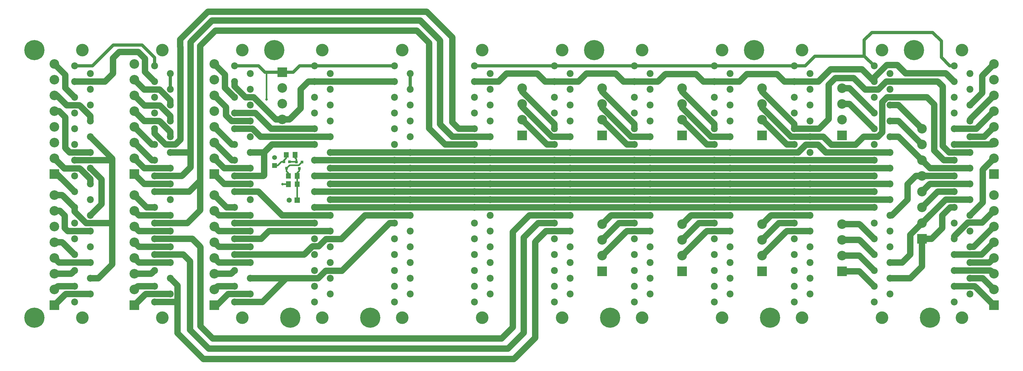
<source format=gtl>
%TF.GenerationSoftware,KiCad,Pcbnew,(6.0.7)*%
%TF.CreationDate,2023-01-08T19:57:54+01:00*%
%TF.ProjectId,BP31,42503331-2e6b-4696-9361-645f70636258,0435 -*%
%TF.SameCoordinates,Original*%
%TF.FileFunction,Copper,L1,Top*%
%TF.FilePolarity,Positive*%
%FSLAX46Y46*%
G04 Gerber Fmt 4.6, Leading zero omitted, Abs format (unit mm)*
G04 Created by KiCad (PCBNEW (6.0.7)) date 2023-01-08 19:57:54*
%MOMM*%
%LPD*%
G01*
G04 APERTURE LIST*
%TA.AperFunction,ComponentPad*%
%ADD10C,6.400800*%
%TD*%
%TA.AperFunction,ComponentPad*%
%ADD11R,3.048000X3.048000*%
%TD*%
%TA.AperFunction,ComponentPad*%
%ADD12C,3.048000*%
%TD*%
%TA.AperFunction,SMDPad,CuDef*%
%ADD13R,1.600200X1.830400*%
%TD*%
%TA.AperFunction,SMDPad,CuDef*%
%ADD14R,1.600200X1.803400*%
%TD*%
%TA.AperFunction,SMDPad,CuDef*%
%ADD15R,0.914400X0.914400*%
%TD*%
%TA.AperFunction,ComponentPad*%
%ADD16R,1.524000X1.524000*%
%TD*%
%TA.AperFunction,ComponentPad*%
%ADD17C,1.524000*%
%TD*%
%TA.AperFunction,ComponentPad*%
%ADD18R,1.651000X1.651000*%
%TD*%
%TA.AperFunction,ComponentPad*%
%ADD19C,1.651000*%
%TD*%
%TA.AperFunction,ComponentPad*%
%ADD20C,2.200000*%
%TD*%
%TA.AperFunction,ComponentPad*%
%ADD21C,4.000000*%
%TD*%
%TA.AperFunction,ViaPad*%
%ADD22C,0.800000*%
%TD*%
%TA.AperFunction,Conductor*%
%ADD23C,1.000000*%
%TD*%
%TA.AperFunction,Conductor*%
%ADD24C,0.500000*%
%TD*%
%TA.AperFunction,Conductor*%
%ADD25C,2.000000*%
%TD*%
G04 APERTURE END LIST*
D10*
%TO.P,HOLE,*%
%TO.N,*%
X320040000Y-194900000D03*
%TD*%
D11*
%TO.P,P4,1,P1*%
%TO.N,/FP4_A*%
X368300000Y-169899360D03*
D12*
%TO.P,P4,2,P2*%
%TO.N,/FP3_A*%
X368300000Y-164900640D03*
%TO.P,P4,3,P3*%
%TO.N,/FP1_A*%
X368300000Y-159899380D03*
%TO.P,P4,4,P4*%
%TO.N,/FP2_A*%
X368300000Y-154900660D03*
%TO.P,P4,5,P5*%
%TO.N,/FP6_A*%
X368300000Y-149899400D03*
%TO.P,P4,6,P6*%
%TO.N,/FP5_A*%
X368300000Y-144900680D03*
%TO.P,P4,7,P7*%
%TO.N,/FP7_A*%
X368300000Y-139899420D03*
%TO.P,P4,8,P8*%
%TO.N,/FP8_A*%
X368300000Y-134900700D03*
%TD*%
D11*
%TO.P,P2,1,P1*%
%TO.N,/FP6_N*%
X391160000Y-149325360D03*
D12*
%TO.P,P2,2,P2*%
%TO.N,/FP6_P*%
X391160000Y-144326640D03*
%TO.P,P2,3,P3*%
%TO.N,/FP5_N*%
X391160000Y-139325380D03*
%TO.P,P2,4,P4*%
%TO.N,/FP5_P*%
X391160000Y-134326660D03*
%TO.P,P2,5,P5*%
%TO.N,/G105L*%
X391160000Y-129325400D03*
%TO.P,P2,6,P6*%
%TO.N,/G105R*%
X391160000Y-124326680D03*
%TO.P,P2,7,P7*%
%TO.N,/GW105L*%
X391160000Y-119325420D03*
%TO.P,P2,8,P8*%
%TO.N,/GW105R*%
X391160000Y-114326700D03*
%TD*%
D13*
%TO.P,R1,1*%
%TO.N,+12V*%
X167055800Y-152501600D03*
D14*
%TO.P,R1,2*%
%TO.N,Net-(C1-Pad1)*%
X169849800Y-152501600D03*
%TD*%
D10*
%TO.P,HOLE,*%
%TO.N,*%
X86360000Y-109900000D03*
%TD*%
D11*
%TO.P,P9,1,P1*%
%TO.N,GND*%
X292100000Y-137039360D03*
D12*
%TO.P,P9,2,P2*%
%TO.N,/GW26Z*%
X292100000Y-132040640D03*
%TO.P,P9,3,P3*%
%TO.N,/GW25Z*%
X292100000Y-127039380D03*
%TO.P,P9,4,P4*%
%TO.N,/GW22Z*%
X292100000Y-122040660D03*
%TD*%
D10*
%TO.P,HOLE,*%
%TO.N,*%
X193040000Y-194900000D03*
%TD*%
%TO.P,HOLE,*%
%TO.N,*%
X264160000Y-109900000D03*
%TD*%
%TO.P,HOLE,*%
%TO.N,*%
X162560000Y-109900000D03*
%TD*%
D11*
%TO.P,P11,1,P1*%
%TO.N,GND*%
X266700000Y-137039360D03*
D12*
%TO.P,P11,2,P2*%
%TO.N,/G92Z*%
X266700000Y-132040640D03*
%TO.P,P11,3,P3*%
%TO.N,/GW43Z*%
X266700000Y-127039380D03*
%TO.P,P11,4,P4*%
%TO.N,/GW42Z*%
X266700000Y-122040660D03*
%TD*%
D15*
%TO.P,Q1,1,E*%
%TO.N,Net-(Q1-Pad1)*%
X169570400Y-145465800D03*
%TO.P,Q1,2,B*%
%TO.N,Net-(Q1-Pad2)*%
X171348400Y-145465800D03*
%TO.P,Q1,3,C*%
%TO.N,Net-(C1-Pad1)*%
X170459400Y-147497800D03*
%TD*%
D11*
%TO.P,P3,1,P1*%
%TO.N,/FP4_N*%
X391160000Y-190981360D03*
D12*
%TO.P,P3,2,P2*%
%TO.N,/FP4_P*%
X391160000Y-185982640D03*
%TO.P,P3,3,P3*%
%TO.N,/FP3_N*%
X391160000Y-180981380D03*
%TO.P,P3,4,P4*%
%TO.N,/FP3_P*%
X391160000Y-175982660D03*
%TO.P,P3,5,P5*%
%TO.N,/FP1_N*%
X391160000Y-170981400D03*
%TO.P,P3,6,P6*%
%TO.N,/FP1_P*%
X391160000Y-165982680D03*
%TO.P,P3,7,P7*%
%TO.N,/FP2_N*%
X391160000Y-160981420D03*
%TO.P,P3,8,P8*%
%TO.N,/FP2_P*%
X391160000Y-155982700D03*
%TD*%
D16*
%TO.P,JP1,1,P1*%
%TO.N,Net-(JP1-Pad1)*%
X162585400Y-146583400D03*
D17*
%TO.P,JP1,2,PM*%
%TO.N,/LN*%
X162585400Y-144043400D03*
%TD*%
D10*
%TO.P,HOLE,*%
%TO.N,*%
X269240000Y-194900000D03*
%TD*%
D18*
%TO.P,C1,1*%
%TO.N,Net-(C1-Pad1)*%
X169799000Y-157556200D03*
D19*
%TO.P,C1,2*%
%TO.N,GND*%
X167259000Y-157556200D03*
%TD*%
D11*
%TO.P,P17,1,P1*%
%TO.N,/G64*%
X118110000Y-190981360D03*
D12*
%TO.P,P17,2,P2*%
%TO.N,/G24*%
X118110000Y-185982640D03*
%TO.P,P17,3,P3*%
%TO.N,/G14*%
X118110000Y-180981380D03*
%TO.P,P17,4,P4*%
%TO.N,/G4*%
X118110000Y-175982660D03*
%TO.P,P17,5,P5*%
%TO.N,/G73*%
X118110000Y-170981400D03*
%TO.P,P17,6,P6*%
%TO.N,/G76*%
X118110000Y-165982680D03*
%TO.P,P17,7,P7*%
%TO.N,/G26*%
X118110000Y-160981420D03*
%TO.P,P17,8,P8*%
%TO.N,/G16*%
X118110000Y-155982700D03*
%TD*%
D10*
%TO.P,HOLE,*%
%TO.N,*%
X365760000Y-109900000D03*
%TD*%
D15*
%TO.P,Q2,1,E*%
%TO.N,Net-(JP1-Pad1)*%
X165582600Y-145415000D03*
%TO.P,Q2,2,B*%
%TO.N,Net-(Q1-Pad1)*%
X167360600Y-145415000D03*
%TO.P,Q2,3,C*%
%TO.N,Net-(Q1-Pad2)*%
X166471600Y-147447000D03*
%TD*%
D11*
%TO.P,P8,1,P1*%
%TO.N,GND*%
X317500000Y-180219360D03*
D12*
%TO.P,P8,2,P2*%
%TO.N,/G304Z*%
X317500000Y-175220640D03*
%TO.P,P8,3,P3*%
%TO.N,/G204Z*%
X317500000Y-170219380D03*
%TO.P,P8,4,P4*%
%TO.N,/G104Z*%
X317500000Y-165220660D03*
%TD*%
D13*
%TO.P,R2,1*%
%TO.N,Net-(C1-Pad1)*%
X169849800Y-149910800D03*
D14*
%TO.P,R2,2*%
%TO.N,Net-(Q1-Pad2)*%
X167055800Y-149910800D03*
%TD*%
D11*
%TO.P,P19,1,P1*%
%TO.N,/GW52_53*%
X92710000Y-190981360D03*
D12*
%TO.P,P19,2,P2*%
%TO.N,/G85*%
X92710000Y-185982640D03*
%TO.P,P19,3,P3*%
%TO.N,/GW5_7*%
X92710000Y-180981380D03*
%TO.P,P19,4,P4*%
%TO.N,/G37*%
X92710000Y-175982660D03*
%TO.P,P19,5,P5*%
%TO.N,/G74Z*%
X92710000Y-170981400D03*
%TO.P,P19,6,P6*%
%TO.N,/G74*%
X92710000Y-165982680D03*
%TO.P,P19,7,P7*%
%TO.N,/GW13_16*%
X92710000Y-160981420D03*
%TO.P,P19,8,P8*%
%TO.N,/GW5_7Z*%
X92710000Y-155982700D03*
%TD*%
D10*
%TO.P,HOLE,*%
%TO.N,*%
X370840000Y-194900000D03*
%TD*%
D11*
%TO.P,P18,1,P1*%
%TO.N,/G77Z*%
X92710000Y-149325360D03*
D12*
%TO.P,P18,2,P2*%
%TO.N,/G77*%
X92710000Y-144326640D03*
%TO.P,P18,3,P3*%
%TO.N,/G69*%
X92710000Y-139325380D03*
%TO.P,P18,4,P4*%
%TO.N,/G68*%
X92710000Y-134326660D03*
%TO.P,P18,5,P5*%
%TO.N,/G67*%
X92710000Y-129325400D03*
%TO.P,P18,6,P6*%
%TO.N,/G40*%
X92710000Y-124326680D03*
%TO.P,P18,7,P7*%
%TO.N,/G70*%
X92710000Y-119325420D03*
%TO.P,P18,8,P8*%
%TO.N,/G60*%
X92710000Y-114326700D03*
%TD*%
D11*
%TO.P,P16,1,P1*%
%TO.N,/G6*%
X118110000Y-149325360D03*
D12*
%TO.P,P16,2,P2*%
%TO.N,/G63*%
X118110000Y-144326640D03*
%TO.P,P16,3,P3*%
%TO.N,/G23*%
X118110000Y-139325380D03*
%TO.P,P16,4,P4*%
%TO.N,/G13*%
X118110000Y-134326660D03*
%TO.P,P16,5,P5*%
%TO.N,/G3*%
X118110000Y-129325400D03*
%TO.P,P16,6,P6*%
%TO.N,/G25*%
X118110000Y-124326680D03*
%TO.P,P16,7,P7*%
%TO.N,/G15*%
X118110000Y-119325420D03*
%TO.P,P16,8,P8*%
%TO.N,/G5*%
X118110000Y-114326700D03*
%TD*%
D13*
%TO.P,R3,1*%
%TO.N,Net-(Q1-Pad1)*%
X169138600Y-143179800D03*
D14*
%TO.P,R3,2*%
%TO.N,Net-(JP1-Pad1)*%
X166344600Y-143179800D03*
%TD*%
D11*
%TO.P,P12,1,P1*%
%TO.N,GND*%
X266700000Y-180219360D03*
D12*
%TO.P,P12,2,P2*%
%TO.N,/GW35_36Z*%
X266700000Y-175220640D03*
%TO.P,P12,3,P3*%
%TO.N,/G95Z*%
X266700000Y-170219380D03*
%TO.P,P12,4,P4*%
%TO.N,/G94Z*%
X266700000Y-165220660D03*
%TD*%
D11*
%TO.P,P10,1,P1*%
%TO.N,GND*%
X292100000Y-180219360D03*
D12*
%TO.P,P10,2,P2*%
%TO.N,/GW46_51Z*%
X292100000Y-175220640D03*
%TO.P,P10,3,P3*%
%TO.N,/GW45Z*%
X292100000Y-170219380D03*
%TO.P,P10,4,P4*%
%TO.N,/GW41Z*%
X292100000Y-165220660D03*
%TD*%
D11*
%TO.P,P7,1,P1*%
%TO.N,GND*%
X317500000Y-137039360D03*
D12*
%TO.P,P7,2,P2*%
%TO.N,/GW102_103Z*%
X317500000Y-132040640D03*
%TO.P,P7,3,P3*%
%TO.N,/G105Z*%
X317500000Y-127039380D03*
%TO.P,P7,4,P4*%
%TO.N,/GW105Z*%
X317500000Y-122040660D03*
%TD*%
D10*
%TO.P,HOLE,*%
%TO.N,*%
X167640000Y-194900000D03*
%TD*%
D11*
%TO.P,P1,1,P1*%
%TO.N,/LN*%
X165100000Y-116960640D03*
D12*
%TO.P,P1,2,P2*%
%TO.N,GND*%
X165100000Y-121959360D03*
%TO.P,P1,3,P3*%
X165100000Y-126960620D03*
%TO.P,P1,4,P4*%
%TO.N,+12V*%
X165100000Y-131959340D03*
%TD*%
D11*
%TO.P,P15,1,P1*%
%TO.N,/G62*%
X143510000Y-190981360D03*
D12*
%TO.P,P15,2,P2*%
%TO.N,/G22*%
X143510000Y-185982640D03*
%TO.P,P15,3,P3*%
%TO.N,/G12*%
X143510000Y-180981380D03*
%TO.P,P15,4,P4*%
%TO.N,/G2*%
X143510000Y-175982660D03*
%TO.P,P15,5,P5*%
%TO.N,/G84*%
X143510000Y-170981400D03*
%TO.P,P15,6,P6*%
%TO.N,/G83*%
X143510000Y-165982680D03*
%TO.P,P15,7,P7*%
%TO.N,/G66*%
X143510000Y-160981420D03*
%TO.P,P15,8,P8*%
%TO.N,/G56*%
X143510000Y-155982700D03*
%TD*%
D10*
%TO.P,HOLE,*%
%TO.N,*%
X314960000Y-109900000D03*
%TD*%
D11*
%TO.P,P5,1,P1*%
%TO.N,/FP6_D*%
X342900000Y-137039360D03*
D12*
%TO.P,P5,2,P2*%
%TO.N,/FP5_D*%
X342900000Y-132040640D03*
%TO.P,P5,3,P3*%
%TO.N,/FP7_D*%
X342900000Y-127039380D03*
%TO.P,P5,4,P4*%
%TO.N,/FP8_D*%
X342900000Y-122040660D03*
%TD*%
D11*
%TO.P,P13,1,P1*%
%TO.N,GND*%
X241300000Y-137039360D03*
D12*
%TO.P,P13,2,P2*%
%TO.N,/OUT6_29*%
X241300000Y-132040640D03*
%TO.P,P13,3,P3*%
%TO.N,/OUT4_29*%
X241300000Y-127039380D03*
%TO.P,P13,4,P4*%
%TO.N,/GW63_64Z*%
X241300000Y-122040660D03*
%TD*%
D11*
%TO.P,P14,1,P1*%
%TO.N,/GW4*%
X143510000Y-149325360D03*
D12*
%TO.P,P14,2,P2*%
%TO.N,/G61*%
X143510000Y-144326640D03*
%TO.P,P14,3,P3*%
%TO.N,/G21*%
X143510000Y-139325380D03*
%TO.P,P14,4,P4*%
%TO.N,/G11*%
X143510000Y-134326660D03*
%TO.P,P14,5,P5*%
%TO.N,/G1*%
X143510000Y-129325400D03*
%TO.P,P14,6,P6*%
%TO.N,/G72*%
X143510000Y-124326680D03*
%TO.P,P14,7,P7*%
%TO.N,/G65*%
X143510000Y-119325420D03*
%TO.P,P14,8,P8*%
%TO.N,/G55*%
X143510000Y-114326700D03*
%TD*%
D10*
%TO.P,HOLE,*%
%TO.N,*%
X86360000Y-194900000D03*
%TD*%
D11*
%TO.P,P6,1,P1*%
%TO.N,/FP4_D*%
X342900000Y-180219360D03*
D12*
%TO.P,P6,2,P2*%
%TO.N,/FP3_D*%
X342900000Y-175220640D03*
%TO.P,P6,3,P3*%
%TO.N,/FP1_D*%
X342900000Y-170219380D03*
%TO.P,P6,4,P4*%
%TO.N,/FP2_D*%
X342900000Y-165220660D03*
%TD*%
D20*
%TO.P,K9,1,P1*%
%TO.N,/LN*%
X175300000Y-114900000D03*
%TO.P,K9,2,P2*%
%TO.N,GND*%
X180300000Y-117400000D03*
%TO.P,K9,3,P3*%
%TO.N,+12V*%
X175300000Y-119900000D03*
%TO.P,K9,4,P4*%
%TO.N,GND*%
X180300000Y-122400000D03*
%TO.P,K9,5,P5*%
%TO.N,unconnected-(K9-Pad5)*%
X175300000Y-124900000D03*
%TO.P,K9,6,P6*%
%TO.N,unconnected-(K9-Pad6)*%
X180300000Y-127400000D03*
%TO.P,K9,7,P7*%
%TO.N,unconnected-(K9-Pad7)*%
X175300000Y-129900000D03*
%TO.P,K9,8,P8*%
%TO.N,unconnected-(K9-Pad8)*%
X180300000Y-132400000D03*
%TO.P,K9,9,P9*%
%TO.N,/G55_65Z*%
X175300000Y-134900000D03*
%TO.P,K9,10,P10*%
%TO.N,/G72Z*%
X180300000Y-137400000D03*
%TO.P,K9,11,P11*%
%TO.N,/G1Z*%
X175300000Y-139900000D03*
%TO.P,K9,12,P12*%
%TO.N,/FP8*%
X180300000Y-142400000D03*
%TO.P,K9,13,P13*%
%TO.N,/FP7*%
X175300000Y-144900000D03*
%TO.P,K9,14,P14*%
%TO.N,/FP5*%
X180300000Y-147400000D03*
%TO.P,K9,15,P15*%
%TO.N,/FP6*%
X175300000Y-149900000D03*
%TO.P,K9,16,P16*%
%TO.N,/FP2*%
X180300000Y-152400000D03*
%TO.P,K9,17,P17*%
%TO.N,/FP1*%
X175300000Y-154900000D03*
%TO.P,K9,18,P18*%
%TO.N,/FP3*%
X180300000Y-157400000D03*
%TO.P,K9,19,P19*%
%TO.N,/FP4*%
X175300000Y-159900000D03*
%TO.P,K9,20,P20*%
%TO.N,/GW4Z*%
X180300000Y-162400000D03*
%TO.P,K9,21,P21*%
%TO.N,/G56_66Z*%
X175300000Y-164900000D03*
%TO.P,K9,22,P22*%
%TO.N,/G83Z*%
X180300000Y-167400000D03*
%TO.P,K9,23,P23*%
%TO.N,unconnected-(K9-Pad23)*%
X175300000Y-169900000D03*
%TO.P,K9,24,P24*%
%TO.N,unconnected-(K9-Pad24)*%
X180300000Y-172400000D03*
%TO.P,K9,25,P25*%
%TO.N,unconnected-(K9-Pad25)*%
X175300000Y-174900000D03*
%TO.P,K9,26,P26*%
%TO.N,unconnected-(K9-Pad26)*%
X180300000Y-177401220D03*
%TO.P,K9,27,P27*%
%TO.N,unconnected-(K9-Pad27)*%
X175300000Y-179900000D03*
%TO.P,K9,28,P28*%
%TO.N,unconnected-(K9-Pad28)*%
X180300000Y-182399940D03*
%TO.P,K9,29,P29*%
%TO.N,unconnected-(K9-Pad29)*%
X175300000Y-184900000D03*
%TO.P,K9,30,P30*%
%TO.N,unconnected-(K9-Pad30)*%
X180300000Y-187400000D03*
%TO.P,K9,31,P31*%
%TO.N,unconnected-(K9-Pad31)*%
X175300000Y-189900000D03*
D21*
%TO.P,K9,H1*%
%TO.N,N/C*%
X177800000Y-109900000D03*
%TO.P,K9,H2*%
X177800000Y-194900000D03*
%TD*%
D20*
%TO.P,K4,1,P1*%
%TO.N,/LN*%
X302300000Y-114900000D03*
%TO.P,K4,2,P2*%
%TO.N,GND*%
X307300000Y-117400000D03*
%TO.P,K4,3,P3*%
%TO.N,+12V*%
X302300000Y-119900000D03*
%TO.P,K4,4,P4*%
%TO.N,GND*%
X307300000Y-122400000D03*
%TO.P,K4,5,P5*%
%TO.N,unconnected-(K4-Pad5)*%
X302300000Y-124900000D03*
%TO.P,K4,6,P6*%
%TO.N,unconnected-(K4-Pad6)*%
X307300000Y-127400000D03*
%TO.P,K4,7,P7*%
%TO.N,unconnected-(K4-Pad7)*%
X302300000Y-129900000D03*
%TO.P,K4,8,P8*%
%TO.N,unconnected-(K4-Pad8)*%
X307300000Y-132400000D03*
%TO.P,K4,9,P9*%
%TO.N,/GW22Z*%
X302300000Y-134900000D03*
%TO.P,K4,10,P10*%
%TO.N,/GW25Z*%
X307300000Y-137400000D03*
%TO.P,K4,11,P11*%
%TO.N,/GW26Z*%
X302300000Y-139900000D03*
%TO.P,K4,12,P12*%
%TO.N,/FP8*%
X307300000Y-142400000D03*
%TO.P,K4,13,P13*%
%TO.N,/FP7*%
X302300000Y-144900000D03*
%TO.P,K4,14,P14*%
%TO.N,/FP5*%
X307300000Y-147400000D03*
%TO.P,K4,15,P15*%
%TO.N,/FP6*%
X302300000Y-149900000D03*
%TO.P,K4,16,P16*%
%TO.N,/FP2*%
X307300000Y-152400000D03*
%TO.P,K4,17,P17*%
%TO.N,/FP1*%
X302300000Y-154900000D03*
%TO.P,K4,18,P18*%
%TO.N,/FP3*%
X307300000Y-157400000D03*
%TO.P,K4,19,P19*%
%TO.N,/FP4*%
X302300000Y-159900000D03*
%TO.P,K4,20,P20*%
%TO.N,/GW41Z*%
X307300000Y-162400000D03*
%TO.P,K4,21,P21*%
%TO.N,/GW45Z*%
X302300000Y-164900000D03*
%TO.P,K4,22,P22*%
%TO.N,/GW46_51Z*%
X307300000Y-167400000D03*
%TO.P,K4,23,P23*%
%TO.N,unconnected-(K4-Pad23)*%
X302300000Y-169900000D03*
%TO.P,K4,24,P24*%
%TO.N,unconnected-(K4-Pad24)*%
X307300000Y-172400000D03*
%TO.P,K4,25,P25*%
%TO.N,unconnected-(K4-Pad25)*%
X302300000Y-174900000D03*
%TO.P,K4,26,P26*%
%TO.N,unconnected-(K4-Pad26)*%
X307300000Y-177401220D03*
%TO.P,K4,27,P27*%
%TO.N,unconnected-(K4-Pad27)*%
X302300000Y-179900000D03*
%TO.P,K4,28,P28*%
%TO.N,unconnected-(K4-Pad28)*%
X307300000Y-182399940D03*
%TO.P,K4,29,P29*%
%TO.N,unconnected-(K4-Pad29)*%
X302300000Y-184900000D03*
%TO.P,K4,30,P30*%
%TO.N,unconnected-(K4-Pad30)*%
X307300000Y-187400000D03*
%TO.P,K4,31,P31*%
%TO.N,unconnected-(K4-Pad31)*%
X302300000Y-189900000D03*
D21*
%TO.P,K4,H1*%
%TO.N,N/C*%
X304800000Y-109900000D03*
%TO.P,K4,H2*%
X304800000Y-194900000D03*
%TD*%
D20*
%TO.P,K8,1,P1*%
%TO.N,/LN*%
X200700000Y-114900000D03*
%TO.P,K8,2,P2*%
%TO.N,GND*%
X205700000Y-117400000D03*
%TO.P,K8,3,P3*%
%TO.N,+12V*%
X200700000Y-119900000D03*
%TO.P,K8,4,P4*%
%TO.N,GND*%
X205700000Y-122400000D03*
%TO.P,K8,5,P5*%
%TO.N,unconnected-(K8-Pad5)*%
X200700000Y-124900000D03*
%TO.P,K8,6,P6*%
%TO.N,unconnected-(K8-Pad6)*%
X205700000Y-127400000D03*
%TO.P,K8,7,P7*%
%TO.N,unconnected-(K8-Pad7)*%
X200700000Y-129900000D03*
%TO.P,K8,8,P8*%
%TO.N,unconnected-(K8-Pad8)*%
X205700000Y-132400000D03*
%TO.P,K8,9,P9*%
%TO.N,/G60_70Z*%
X200700000Y-134900000D03*
%TO.P,K8,10,P10*%
%TO.N,/G40Z*%
X205700000Y-137400000D03*
%TO.P,K8,11,P11*%
%TO.N,/GW13_16Z*%
X200700000Y-139900000D03*
%TO.P,K8,12,P12*%
%TO.N,/FP8*%
X205700000Y-142400000D03*
%TO.P,K8,13,P13*%
%TO.N,/FP7*%
X200700000Y-144900000D03*
%TO.P,K8,14,P14*%
%TO.N,/FP5*%
X205700000Y-147400000D03*
%TO.P,K8,15,P15*%
%TO.N,/FP6*%
X200700000Y-149900000D03*
%TO.P,K8,16,P16*%
%TO.N,/FP2*%
X205700000Y-152400000D03*
%TO.P,K8,17,P17*%
%TO.N,/FP1*%
X200700000Y-154900000D03*
%TO.P,K8,18,P18*%
%TO.N,/FP3*%
X205700000Y-157400000D03*
%TO.P,K8,19,P19*%
%TO.N,/FP4*%
X200700000Y-159900000D03*
%TO.P,K8,20,P20*%
%TO.N,/G84Z*%
X205700000Y-162400000D03*
%TO.P,K8,21,P21*%
%TO.N,/G2Z*%
X200700000Y-164900000D03*
%TO.P,K8,22,P22*%
%TO.N,/G77Z*%
X205700000Y-167400000D03*
%TO.P,K8,23,P23*%
%TO.N,unconnected-(K8-Pad23)*%
X200700000Y-169900000D03*
%TO.P,K8,24,P24*%
%TO.N,unconnected-(K8-Pad24)*%
X205700000Y-172400000D03*
%TO.P,K8,25,P25*%
%TO.N,unconnected-(K8-Pad25)*%
X200700000Y-174900000D03*
%TO.P,K8,26,P26*%
%TO.N,unconnected-(K8-Pad26)*%
X205700000Y-177401220D03*
%TO.P,K8,27,P27*%
%TO.N,unconnected-(K8-Pad27)*%
X200700000Y-179900000D03*
%TO.P,K8,28,P28*%
%TO.N,unconnected-(K8-Pad28)*%
X205700000Y-182399940D03*
%TO.P,K8,29,P29*%
%TO.N,unconnected-(K8-Pad29)*%
X200700000Y-184900000D03*
%TO.P,K8,30,P30*%
%TO.N,unconnected-(K8-Pad30)*%
X205700000Y-187400000D03*
%TO.P,K8,31,P31*%
%TO.N,unconnected-(K8-Pad31)*%
X200700000Y-189900000D03*
D21*
%TO.P,K8,H1*%
%TO.N,N/C*%
X203200000Y-109900000D03*
%TO.P,K8,H2*%
X203200000Y-194900000D03*
%TD*%
D20*
%TO.P,K6,1,P1*%
%TO.N,/LN*%
X251500000Y-114900000D03*
%TO.P,K6,2,P2*%
%TO.N,GND*%
X256500000Y-117400000D03*
%TO.P,K6,3,P3*%
%TO.N,+12V*%
X251500000Y-119900000D03*
%TO.P,K6,4,P4*%
%TO.N,GND*%
X256500000Y-122400000D03*
%TO.P,K6,5,P5*%
%TO.N,unconnected-(K6-Pad5)*%
X251500000Y-124900000D03*
%TO.P,K6,6,P6*%
%TO.N,unconnected-(K6-Pad6)*%
X256500000Y-127400000D03*
%TO.P,K6,7,P7*%
%TO.N,unconnected-(K6-Pad7)*%
X251500000Y-129900000D03*
%TO.P,K6,8,P8*%
%TO.N,unconnected-(K6-Pad8)*%
X256500000Y-132400000D03*
%TO.P,K6,9,P9*%
%TO.N,/GW63_64Z*%
X251500000Y-134900000D03*
%TO.P,K6,10,P10*%
%TO.N,/OUT4_29*%
X256500000Y-137400000D03*
%TO.P,K6,11,P11*%
%TO.N,/OUT6_29*%
X251500000Y-139900000D03*
%TO.P,K6,12,P12*%
%TO.N,/FP8*%
X256500000Y-142400000D03*
%TO.P,K6,13,P13*%
%TO.N,/FP7*%
X251500000Y-144900000D03*
%TO.P,K6,14,P14*%
%TO.N,/FP5*%
X256500000Y-147400000D03*
%TO.P,K6,15,P15*%
%TO.N,/FP6*%
X251500000Y-149900000D03*
%TO.P,K6,16,P16*%
%TO.N,/FP2*%
X256500000Y-152400000D03*
%TO.P,K6,17,P17*%
%TO.N,/FP1*%
X251500000Y-154900000D03*
%TO.P,K6,18,P18*%
%TO.N,/FP3*%
X256500000Y-157400000D03*
%TO.P,K6,19,P19*%
%TO.N,/FP4*%
X251500000Y-159900000D03*
%TO.P,K6,20,P20*%
%TO.N,/G76Z*%
X256500000Y-162400000D03*
%TO.P,K6,21,P21*%
%TO.N,/G73Z*%
X251500000Y-164900000D03*
%TO.P,K6,22,P22*%
%TO.N,/G4Z*%
X256500000Y-167400000D03*
%TO.P,K6,23,P23*%
%TO.N,unconnected-(K6-Pad23)*%
X251500000Y-169900000D03*
%TO.P,K6,24,P24*%
%TO.N,unconnected-(K6-Pad24)*%
X256500000Y-172400000D03*
%TO.P,K6,25,P25*%
%TO.N,unconnected-(K6-Pad25)*%
X251500000Y-174900000D03*
%TO.P,K6,26,P26*%
%TO.N,unconnected-(K6-Pad26)*%
X256500000Y-177401220D03*
%TO.P,K6,27,P27*%
%TO.N,unconnected-(K6-Pad27)*%
X251500000Y-179900000D03*
%TO.P,K6,28,P28*%
%TO.N,unconnected-(K6-Pad28)*%
X256500000Y-182399940D03*
%TO.P,K6,29,P29*%
%TO.N,unconnected-(K6-Pad29)*%
X251500000Y-184900000D03*
%TO.P,K6,30,P30*%
%TO.N,unconnected-(K6-Pad30)*%
X256500000Y-187400000D03*
%TO.P,K6,31,P31*%
%TO.N,unconnected-(K6-Pad31)*%
X251500000Y-189900000D03*
D21*
%TO.P,K6,H1*%
%TO.N,N/C*%
X254000000Y-109900000D03*
%TO.P,K6,H2*%
X254000000Y-194900000D03*
%TD*%
D20*
%TO.P,K7,1,P1*%
%TO.N,/LN*%
X226100000Y-114900000D03*
%TO.P,K7,2,P2*%
%TO.N,GND*%
X231100000Y-117400000D03*
%TO.P,K7,3,P3*%
%TO.N,+12V*%
X226100000Y-119900000D03*
%TO.P,K7,4,P4*%
%TO.N,GND*%
X231100000Y-122400000D03*
%TO.P,K7,5,P5*%
%TO.N,unconnected-(K7-Pad5)*%
X226100000Y-124900000D03*
%TO.P,K7,6,P6*%
%TO.N,unconnected-(K7-Pad6)*%
X231100000Y-127400000D03*
%TO.P,K7,7,P7*%
%TO.N,unconnected-(K7-Pad7)*%
X226100000Y-129900000D03*
%TO.P,K7,8,P8*%
%TO.N,unconnected-(K7-Pad8)*%
X231100000Y-132400000D03*
%TO.P,K7,9,P9*%
%TO.N,/G5Z*%
X226100000Y-134900000D03*
%TO.P,K7,10,P10*%
%TO.N,/G3Z*%
X231100000Y-137400000D03*
%TO.P,K7,11,P11*%
%TO.N,/G6Z*%
X226100000Y-139900000D03*
%TO.P,K7,12,P12*%
%TO.N,/FP8*%
X231100000Y-142400000D03*
%TO.P,K7,13,P13*%
%TO.N,/FP7*%
X226100000Y-144900000D03*
%TO.P,K7,14,P14*%
%TO.N,/FP5*%
X231100000Y-147400000D03*
%TO.P,K7,15,P15*%
%TO.N,/FP6*%
X226100000Y-149900000D03*
%TO.P,K7,16,P16*%
%TO.N,/FP2*%
X231100000Y-152400000D03*
%TO.P,K7,17,P17*%
%TO.N,/FP1*%
X226100000Y-154900000D03*
%TO.P,K7,18,P18*%
%TO.N,/FP3*%
X231100000Y-157400000D03*
%TO.P,K7,19,P19*%
%TO.N,/FP4*%
X226100000Y-159900000D03*
%TO.P,K7,20,P20*%
%TO.N,/G74Z*%
X231100000Y-162400000D03*
%TO.P,K7,21,P21*%
%TO.N,/GW5_7Z*%
X226100000Y-164900000D03*
%TO.P,K7,22,P22*%
%TO.N,/G85Z*%
X231100000Y-167400000D03*
%TO.P,K7,23,P23*%
%TO.N,unconnected-(K7-Pad23)*%
X226100000Y-169900000D03*
%TO.P,K7,24,P24*%
%TO.N,unconnected-(K7-Pad24)*%
X231100000Y-172400000D03*
%TO.P,K7,25,P25*%
%TO.N,unconnected-(K7-Pad25)*%
X226100000Y-174900000D03*
%TO.P,K7,26,P26*%
%TO.N,unconnected-(K7-Pad26)*%
X231100000Y-177401220D03*
%TO.P,K7,27,P27*%
%TO.N,unconnected-(K7-Pad27)*%
X226100000Y-179900000D03*
%TO.P,K7,28,P28*%
%TO.N,unconnected-(K7-Pad28)*%
X231100000Y-182399940D03*
%TO.P,K7,29,P29*%
%TO.N,unconnected-(K7-Pad29)*%
X226100000Y-184900000D03*
%TO.P,K7,30,P30*%
%TO.N,unconnected-(K7-Pad30)*%
X231100000Y-187400000D03*
%TO.P,K7,31,P31*%
%TO.N,unconnected-(K7-Pad31)*%
X226100000Y-189900000D03*
D21*
%TO.P,K7,H1*%
%TO.N,N/C*%
X228600000Y-109900000D03*
%TO.P,K7,H2*%
X228600000Y-194900000D03*
%TD*%
D20*
%TO.P,K1,1,P1*%
%TO.N,/LN*%
X378500000Y-114900000D03*
%TO.P,K1,2,P2*%
%TO.N,GND*%
X383500000Y-117400000D03*
%TO.P,K1,3,P3*%
%TO.N,+12V*%
X378500000Y-119900000D03*
%TO.P,K1,4,P4*%
%TO.N,GND*%
X383500000Y-122400000D03*
%TO.P,K1,5,P5*%
X378500000Y-124900000D03*
%TO.P,K1,6,P6*%
%TO.N,/GW105R*%
X383500000Y-127400000D03*
%TO.P,K1,7,P7*%
%TO.N,/GW105L*%
X378500000Y-129900000D03*
%TO.P,K1,8,P8*%
%TO.N,/G105R*%
X383500000Y-132400000D03*
%TO.P,K1,9,P9*%
%TO.N,/G105L*%
X378500000Y-134900000D03*
%TO.P,K1,10,P10*%
%TO.N,/FP5_P*%
X383500000Y-137400000D03*
%TO.P,K1,11,P11*%
%TO.N,/FP5_N*%
X378500000Y-139900000D03*
%TO.P,K1,12,P12*%
%TO.N,/GW105Z*%
X383500000Y-142400000D03*
%TO.P,K1,13,P13*%
%TO.N,/G105Z*%
X378500000Y-144900000D03*
%TO.P,K1,14,P14*%
%TO.N,/FP5_A*%
X383500000Y-147400000D03*
%TO.P,K1,15,P15*%
%TO.N,/FP6_A*%
X378500000Y-149900000D03*
%TO.P,K1,16,P16*%
%TO.N,/FP2_A*%
X383500000Y-152400000D03*
%TO.P,K1,17,P17*%
%TO.N,/FP1_A*%
X378500000Y-154900000D03*
%TO.P,K1,18,P18*%
%TO.N,/FP3_A*%
X383500000Y-157400000D03*
%TO.P,K1,19,P19*%
%TO.N,/FP4_A*%
X378500000Y-159900000D03*
%TO.P,K1,20,P20*%
%TO.N,/FP6_P*%
X383500000Y-162400000D03*
%TO.P,K1,21,P21*%
%TO.N,/FP6_N*%
X378500000Y-164900000D03*
%TO.P,K1,22,P22*%
%TO.N,/FP2_P*%
X383500000Y-167400000D03*
%TO.P,K1,23,P23*%
%TO.N,/FP2_N*%
X378500000Y-169900000D03*
%TO.P,K1,24,P24*%
%TO.N,/FP1_P*%
X383500000Y-172400000D03*
%TO.P,K1,25,P25*%
%TO.N,/FP1_N*%
X378500000Y-174900000D03*
%TO.P,K1,26,P26*%
%TO.N,/FP3_P*%
X383500000Y-177401220D03*
%TO.P,K1,27,P27*%
%TO.N,/FP3_N*%
X378500000Y-179900000D03*
%TO.P,K1,28,P28*%
%TO.N,/FP4_P*%
X383500000Y-182399940D03*
%TO.P,K1,29,P29*%
%TO.N,/FP4_N*%
X378500000Y-184900000D03*
%TO.P,K1,30,P30*%
%TO.N,GND*%
X383500000Y-187400000D03*
%TO.P,K1,31,P31*%
X378500000Y-189900000D03*
D21*
%TO.P,K1,H1*%
%TO.N,N/C*%
X381000000Y-109900000D03*
%TO.P,K1,H2*%
X381000000Y-194900000D03*
%TD*%
D20*
%TO.P,K2,1,P1*%
%TO.N,/LN*%
X353100000Y-114900000D03*
%TO.P,K2,2,P2*%
%TO.N,GND*%
X358100000Y-117400000D03*
%TO.P,K2,3,P3*%
%TO.N,+12V*%
X353100000Y-119900000D03*
%TO.P,K2,4,P4*%
%TO.N,GND*%
X358100000Y-122400000D03*
%TO.P,K2,5,P5*%
X353100000Y-124900000D03*
%TO.P,K2,6,P6*%
%TO.N,/FP8_A*%
X358100000Y-127400000D03*
%TO.P,K2,7,P7*%
%TO.N,/FP8_D*%
X353100000Y-129900000D03*
%TO.P,K2,8,P8*%
%TO.N,/FP7_A*%
X358100000Y-132400000D03*
%TO.P,K2,9,P9*%
%TO.N,/FP7_D*%
X353100000Y-134900000D03*
%TO.P,K2,10,P10*%
%TO.N,/FP5_A*%
X358100000Y-137400000D03*
%TO.P,K2,11,P11*%
%TO.N,/FP5_D*%
X353100000Y-139900000D03*
%TO.P,K2,12,P12*%
%TO.N,/FP8*%
X358100000Y-142400000D03*
%TO.P,K2,13,P13*%
%TO.N,/FP7*%
X353100000Y-144900000D03*
%TO.P,K2,14,P14*%
%TO.N,/FP5*%
X358100000Y-147400000D03*
%TO.P,K2,15,P15*%
%TO.N,/FP6*%
X353100000Y-149900000D03*
%TO.P,K2,16,P16*%
%TO.N,/FP2*%
X358100000Y-152400000D03*
%TO.P,K2,17,P17*%
%TO.N,/FP1*%
X353100000Y-154900000D03*
%TO.P,K2,18,P18*%
%TO.N,/FP3*%
X358100000Y-157400000D03*
%TO.P,K2,19,P19*%
%TO.N,/FP4*%
X353100000Y-159900000D03*
%TO.P,K2,20,P20*%
%TO.N,/FP6_A*%
X358100000Y-162400000D03*
%TO.P,K2,21,P21*%
%TO.N,/FP6_D*%
X353100000Y-164900000D03*
%TO.P,K2,22,P22*%
%TO.N,/FP2_A*%
X358100000Y-167400000D03*
%TO.P,K2,23,P23*%
%TO.N,/FP2_D*%
X353100000Y-169900000D03*
%TO.P,K2,24,P24*%
%TO.N,/FP1_A*%
X358100000Y-172400000D03*
%TO.P,K2,25,P25*%
%TO.N,/FP1_D*%
X353100000Y-174900000D03*
%TO.P,K2,26,P26*%
%TO.N,/FP3_A*%
X358100000Y-177401220D03*
%TO.P,K2,27,P27*%
%TO.N,/FP3_D*%
X353100000Y-179900000D03*
%TO.P,K2,28,P28*%
%TO.N,/FP4_A*%
X358100000Y-182399940D03*
%TO.P,K2,29,P29*%
%TO.N,/FP4_D*%
X353100000Y-184900000D03*
%TO.P,K2,30,P30*%
%TO.N,GND*%
X358100000Y-187400000D03*
%TO.P,K2,31,P31*%
X353100000Y-189900000D03*
D21*
%TO.P,K2,H1*%
%TO.N,N/C*%
X355600000Y-109900000D03*
%TO.P,K2,H2*%
X355600000Y-194900000D03*
%TD*%
D20*
%TO.P,K11,1,P1*%
%TO.N,/LN*%
X124500000Y-114900000D03*
%TO.P,K11,2,P2*%
%TO.N,GND*%
X129500000Y-117400000D03*
%TO.P,K11,3,P3*%
%TO.N,+12V*%
X124500000Y-119900000D03*
%TO.P,K11,4,P4*%
%TO.N,GND*%
X129500000Y-122400000D03*
%TO.P,K11,5,P5*%
%TO.N,/G5*%
X124500000Y-124900000D03*
%TO.P,K11,6,P6*%
%TO.N,/G15*%
X129500000Y-127400000D03*
%TO.P,K11,7,P7*%
%TO.N,/G5Z*%
X124500000Y-129900000D03*
%TO.P,K11,8,P8*%
%TO.N,/G25*%
X129500000Y-132400000D03*
%TO.P,K11,9,P9*%
%TO.N,/G5Z*%
X124500000Y-134900000D03*
%TO.P,K11,10,P10*%
%TO.N,/G3*%
X129500000Y-137400000D03*
%TO.P,K11,11,P11*%
%TO.N,/G13*%
X124500000Y-139900000D03*
%TO.P,K11,12,P12*%
%TO.N,/G3Z*%
X129500000Y-142400000D03*
%TO.P,K11,13,P13*%
%TO.N,/G23*%
X124500000Y-144900000D03*
%TO.P,K11,14,P14*%
%TO.N,/G63*%
X129500000Y-147400000D03*
%TO.P,K11,15,P15*%
%TO.N,/G3Z*%
X124500000Y-149900000D03*
%TO.P,K11,16,P16*%
%TO.N,/G6*%
X129500000Y-152400000D03*
%TO.P,K11,17,P17*%
%TO.N,/G6Z*%
X124500000Y-154900000D03*
%TO.P,K11,18,P18*%
%TO.N,unconnected-(K11-Pad18)*%
X129500000Y-157400000D03*
%TO.P,K11,19,P19*%
%TO.N,/G16*%
X124500000Y-159900000D03*
%TO.P,K11,20,P20*%
%TO.N,/G26*%
X129500000Y-162400000D03*
%TO.P,K11,21,P21*%
%TO.N,/G6Z*%
X124500000Y-164900000D03*
%TO.P,K11,22,P22*%
%TO.N,/G76*%
X129500000Y-167400000D03*
%TO.P,K11,23,P23*%
%TO.N,/G76Z*%
X124500000Y-169900000D03*
%TO.P,K11,24,P24*%
%TO.N,/G73*%
X129500000Y-172400000D03*
%TO.P,K11,25,P25*%
%TO.N,/G73Z*%
X124500000Y-174900000D03*
%TO.P,K11,26,P26*%
%TO.N,/G4*%
X129500000Y-177401220D03*
%TO.P,K11,27,P27*%
%TO.N,/G14*%
X124500000Y-179900000D03*
%TO.P,K11,28,P28*%
%TO.N,/G4Z*%
X129500000Y-182399940D03*
%TO.P,K11,29,P29*%
%TO.N,/G24*%
X124500000Y-184900000D03*
%TO.P,K11,30,P30*%
%TO.N,/G64*%
X129500000Y-187400000D03*
%TO.P,K11,31,P31*%
%TO.N,/G4Z*%
X124500000Y-189900000D03*
D21*
%TO.P,K11,H1*%
%TO.N,N/C*%
X127000000Y-109900000D03*
%TO.P,K11,H2*%
X127000000Y-194900000D03*
%TD*%
D20*
%TO.P,K10,1,P1*%
%TO.N,/LN*%
X149900000Y-114900000D03*
%TO.P,K10,2,P2*%
%TO.N,GND*%
X154900000Y-117400000D03*
%TO.P,K10,3,P3*%
%TO.N,+12V*%
X149900000Y-119900000D03*
%TO.P,K10,4,P4*%
%TO.N,GND*%
X154900000Y-122400000D03*
%TO.P,K10,5,P5*%
%TO.N,/G55*%
X149900000Y-124900000D03*
%TO.P,K10,6,P6*%
%TO.N,/G65*%
X154900000Y-127400000D03*
%TO.P,K10,7,P7*%
%TO.N,/G55_65Z*%
X149900000Y-129900000D03*
%TO.P,K10,8,P8*%
%TO.N,/G72*%
X154900000Y-132400000D03*
%TO.P,K10,9,P9*%
%TO.N,/G72Z*%
X149900000Y-134900000D03*
%TO.P,K10,10,P10*%
%TO.N,/G1*%
X154900000Y-137400000D03*
%TO.P,K10,11,P11*%
%TO.N,/G11*%
X149900000Y-139900000D03*
%TO.P,K10,12,P12*%
%TO.N,/G1Z*%
X154900000Y-142400000D03*
%TO.P,K10,13,P13*%
%TO.N,/G21*%
X149900000Y-144900000D03*
%TO.P,K10,14,P14*%
%TO.N,/G61*%
X154900000Y-147400000D03*
%TO.P,K10,15,P15*%
%TO.N,/G1Z*%
X149900000Y-149900000D03*
%TO.P,K10,16,P16*%
%TO.N,/GW4*%
X154900000Y-152400000D03*
%TO.P,K10,17,P17*%
%TO.N,/GW4Z*%
X149900000Y-154900000D03*
%TO.P,K10,18,P18*%
%TO.N,unconnected-(K10-Pad18)*%
X154900000Y-157400000D03*
%TO.P,K10,19,P19*%
%TO.N,/G56*%
X149900000Y-159900000D03*
%TO.P,K10,20,P20*%
%TO.N,/G66*%
X154900000Y-162400000D03*
%TO.P,K10,21,P21*%
%TO.N,/G56_66Z*%
X149900000Y-164900000D03*
%TO.P,K10,22,P22*%
%TO.N,/G83*%
X154900000Y-167400000D03*
%TO.P,K10,23,P23*%
%TO.N,/G83Z*%
X149900000Y-169900000D03*
%TO.P,K10,24,P24*%
%TO.N,/G84*%
X154900000Y-172400000D03*
%TO.P,K10,25,P25*%
%TO.N,/G84Z*%
X149900000Y-174900000D03*
%TO.P,K10,26,P26*%
%TO.N,/G2*%
X154900000Y-177401220D03*
%TO.P,K10,27,P27*%
%TO.N,/G12*%
X149900000Y-179900000D03*
%TO.P,K10,28,P28*%
%TO.N,/G2Z*%
X154900000Y-182399940D03*
%TO.P,K10,29,P29*%
%TO.N,/G22*%
X149900000Y-184900000D03*
%TO.P,K10,30,P30*%
%TO.N,/G62*%
X154900000Y-187400000D03*
%TO.P,K10,31,P31*%
%TO.N,/G2Z*%
X149900000Y-189900000D03*
D21*
%TO.P,K10,H1*%
%TO.N,N/C*%
X152400000Y-109900000D03*
%TO.P,K10,H2*%
X152400000Y-194900000D03*
%TD*%
D20*
%TO.P,K12,1,P1*%
%TO.N,/LN*%
X99100000Y-114900000D03*
%TO.P,K12,2,P2*%
%TO.N,GND*%
X104100000Y-117400000D03*
%TO.P,K12,3,P3*%
%TO.N,+12V*%
X99100000Y-119900000D03*
%TO.P,K12,4,P4*%
%TO.N,GND*%
X104100000Y-122400000D03*
%TO.P,K12,5,P5*%
%TO.N,/G60*%
X99100000Y-124900000D03*
%TO.P,K12,6,P6*%
%TO.N,/G70*%
X104100000Y-127400000D03*
%TO.P,K12,7,P7*%
%TO.N,/G60_70Z*%
X99100000Y-129900000D03*
%TO.P,K12,8,P8*%
%TO.N,/G40*%
X104100000Y-132400000D03*
%TO.P,K12,9,P9*%
%TO.N,/G40Z*%
X99100000Y-134900000D03*
%TO.P,K12,10,P10*%
%TO.N,/GW5_7Z*%
X104100000Y-137400000D03*
%TO.P,K12,11,P11*%
%TO.N,/GW13_16Z*%
X99100000Y-139900000D03*
%TO.P,K12,12,P12*%
%TO.N,/G67*%
X104100000Y-142400000D03*
%TO.P,K12,13,P13*%
%TO.N,/GW5_7Z*%
X99100000Y-144900000D03*
%TO.P,K12,14,P14*%
%TO.N,/GW13_16Z*%
X104100000Y-147400000D03*
%TO.P,K12,15,P15*%
%TO.N,/G68*%
X99100000Y-149900000D03*
%TO.P,K12,16,P16*%
%TO.N,/G77*%
X104100000Y-152400000D03*
%TO.P,K12,17,P17*%
%TO.N,/G77Z*%
X99100000Y-154900000D03*
%TO.P,K12,18,P18*%
%TO.N,unconnected-(K12-Pad18)*%
X104100000Y-157400000D03*
%TO.P,K12,19,P19*%
%TO.N,/GW5_7Z*%
X99100000Y-159900000D03*
%TO.P,K12,20,P20*%
%TO.N,/GW13_16Z*%
X104100000Y-162400000D03*
%TO.P,K12,21,P21*%
%TO.N,/G69*%
X99100000Y-164900000D03*
%TO.P,K12,22,P22*%
%TO.N,/GW13_16*%
X104100000Y-167400000D03*
%TO.P,K12,23,P23*%
%TO.N,/GW13_16Z*%
X99100000Y-169900000D03*
%TO.P,K12,24,P24*%
%TO.N,/G74*%
X104100000Y-172400000D03*
%TO.P,K12,25,P25*%
%TO.N,/G74Z*%
X99100000Y-174900000D03*
%TO.P,K12,26,P26*%
%TO.N,/G37*%
X104100000Y-177401220D03*
%TO.P,K12,27,P27*%
%TO.N,/GW5_7*%
X99100000Y-179900000D03*
%TO.P,K12,28,P28*%
%TO.N,/GW5_7Z*%
X104100000Y-182399940D03*
%TO.P,K12,29,P29*%
%TO.N,/G85*%
X99100000Y-184900000D03*
%TO.P,K12,30,P30*%
%TO.N,/GW52_53*%
X104100000Y-187400000D03*
%TO.P,K12,31,P31*%
%TO.N,/G85Z*%
X99100000Y-189900000D03*
D21*
%TO.P,K12,H1*%
%TO.N,N/C*%
X101600000Y-109900000D03*
%TO.P,K12,H2*%
X101600000Y-194900000D03*
%TD*%
D20*
%TO.P,K3,1,P1*%
%TO.N,/LN*%
X327700000Y-114900000D03*
%TO.P,K3,2,P2*%
%TO.N,GND*%
X332700000Y-117400000D03*
%TO.P,K3,3,P3*%
%TO.N,+12V*%
X327700000Y-119900000D03*
%TO.P,K3,4,P4*%
%TO.N,GND*%
X332700000Y-122400000D03*
%TO.P,K3,5,P5*%
%TO.N,unconnected-(K3-Pad5)*%
X327700000Y-124900000D03*
%TO.P,K3,6,P6*%
%TO.N,unconnected-(K3-Pad6)*%
X332700000Y-127400000D03*
%TO.P,K3,7,P7*%
%TO.N,unconnected-(K3-Pad7)*%
X327700000Y-129900000D03*
%TO.P,K3,8,P8*%
%TO.N,unconnected-(K3-Pad8)*%
X332700000Y-132400000D03*
%TO.P,K3,9,P9*%
%TO.N,/GW105Z*%
X327700000Y-134900000D03*
%TO.P,K3,10,P10*%
%TO.N,/G105Z*%
X332700000Y-137400000D03*
%TO.P,K3,11,P11*%
%TO.N,/GW102_103Z*%
X327700000Y-139900000D03*
%TO.P,K3,12,P12*%
%TO.N,/FP8_nc*%
X332700000Y-142400000D03*
%TO.P,K3,13,P13*%
%TO.N,/FP7*%
X327700000Y-144900000D03*
%TO.P,K3,14,P14*%
%TO.N,/FP5*%
X332700000Y-147400000D03*
%TO.P,K3,15,P15*%
%TO.N,/FP6*%
X327700000Y-149900000D03*
%TO.P,K3,16,P16*%
%TO.N,/FP2*%
X332700000Y-152400000D03*
%TO.P,K3,17,P17*%
%TO.N,/FP1*%
X327700000Y-154900000D03*
%TO.P,K3,18,P18*%
%TO.N,/FP3*%
X332700000Y-157400000D03*
%TO.P,K3,19,P19*%
%TO.N,/FP4*%
X327700000Y-159900000D03*
%TO.P,K3,20,P20*%
%TO.N,/G104Z*%
X332700000Y-162400000D03*
%TO.P,K3,21,P21*%
%TO.N,/G204Z*%
X327700000Y-164900000D03*
%TO.P,K3,22,P22*%
%TO.N,/G304Z*%
X332700000Y-167400000D03*
%TO.P,K3,23,P23*%
%TO.N,unconnected-(K3-Pad23)*%
X327700000Y-169900000D03*
%TO.P,K3,24,P24*%
%TO.N,unconnected-(K3-Pad24)*%
X332700000Y-172400000D03*
%TO.P,K3,25,P25*%
%TO.N,unconnected-(K3-Pad25)*%
X327700000Y-174900000D03*
%TO.P,K3,26,P26*%
%TO.N,unconnected-(K3-Pad26)*%
X332700000Y-177401220D03*
%TO.P,K3,27,P27*%
%TO.N,unconnected-(K3-Pad27)*%
X327700000Y-179900000D03*
%TO.P,K3,28,P28*%
%TO.N,unconnected-(K3-Pad28)*%
X332700000Y-182399940D03*
%TO.P,K3,29,P29*%
%TO.N,unconnected-(K3-Pad29)*%
X327700000Y-184900000D03*
%TO.P,K3,30,P30*%
%TO.N,unconnected-(K3-Pad30)*%
X332700000Y-187400000D03*
%TO.P,K3,31,P31*%
%TO.N,unconnected-(K3-Pad31)*%
X327700000Y-189900000D03*
D21*
%TO.P,K3,H1*%
%TO.N,N/C*%
X330200000Y-109900000D03*
%TO.P,K3,H2*%
X330200000Y-194900000D03*
%TD*%
D20*
%TO.P,K5,1,P1*%
%TO.N,/LN*%
X276900000Y-114900000D03*
%TO.P,K5,2,P2*%
%TO.N,GND*%
X281900000Y-117400000D03*
%TO.P,K5,3,P3*%
%TO.N,+12V*%
X276900000Y-119900000D03*
%TO.P,K5,4,P4*%
%TO.N,GND*%
X281900000Y-122400000D03*
%TO.P,K5,5,P5*%
%TO.N,unconnected-(K5-Pad5)*%
X276900000Y-124900000D03*
%TO.P,K5,6,P6*%
%TO.N,unconnected-(K5-Pad6)*%
X281900000Y-127400000D03*
%TO.P,K5,7,P7*%
%TO.N,unconnected-(K5-Pad7)*%
X276900000Y-129900000D03*
%TO.P,K5,8,P8*%
%TO.N,unconnected-(K5-Pad8)*%
X281900000Y-132400000D03*
%TO.P,K5,9,P9*%
%TO.N,/GW42Z*%
X276900000Y-134900000D03*
%TO.P,K5,10,P10*%
%TO.N,/GW43Z*%
X281900000Y-137400000D03*
%TO.P,K5,11,P11*%
%TO.N,/G92Z*%
X276900000Y-139900000D03*
%TO.P,K5,12,P12*%
%TO.N,/FP8*%
X281900000Y-142400000D03*
%TO.P,K5,13,P13*%
%TO.N,/FP7*%
X276900000Y-144900000D03*
%TO.P,K5,14,P14*%
%TO.N,/FP5*%
X281900000Y-147400000D03*
%TO.P,K5,15,P15*%
%TO.N,/FP6*%
X276900000Y-149900000D03*
%TO.P,K5,16,P16*%
%TO.N,/FP2*%
X281900000Y-152400000D03*
%TO.P,K5,17,P17*%
%TO.N,/FP1*%
X276900000Y-154900000D03*
%TO.P,K5,18,P18*%
%TO.N,/FP3*%
X281900000Y-157400000D03*
%TO.P,K5,19,P19*%
%TO.N,/FP4*%
X276900000Y-159900000D03*
%TO.P,K5,20,P20*%
%TO.N,/G94Z*%
X281900000Y-162400000D03*
%TO.P,K5,21,P21*%
%TO.N,/G95Z*%
X276900000Y-164900000D03*
%TO.P,K5,22,P22*%
%TO.N,/GW35_36Z*%
X281900000Y-167400000D03*
%TO.P,K5,23,P23*%
%TO.N,unconnected-(K5-Pad23)*%
X276900000Y-169900000D03*
%TO.P,K5,24,P24*%
%TO.N,unconnected-(K5-Pad24)*%
X281900000Y-172400000D03*
%TO.P,K5,25,P25*%
%TO.N,unconnected-(K5-Pad25)*%
X276900000Y-174900000D03*
%TO.P,K5,26,P26*%
%TO.N,unconnected-(K5-Pad26)*%
X281900000Y-177401220D03*
%TO.P,K5,27,P27*%
%TO.N,unconnected-(K5-Pad27)*%
X276900000Y-179900000D03*
%TO.P,K5,28,P28*%
%TO.N,unconnected-(K5-Pad28)*%
X281900000Y-182399940D03*
%TO.P,K5,29,P29*%
%TO.N,unconnected-(K5-Pad29)*%
X276900000Y-184900000D03*
%TO.P,K5,30,P30*%
%TO.N,unconnected-(K5-Pad30)*%
X281900000Y-187400000D03*
%TO.P,K5,31,P31*%
%TO.N,unconnected-(K5-Pad31)*%
X276900000Y-189900000D03*
D21*
%TO.P,K5,H1*%
%TO.N,N/C*%
X279400000Y-109900000D03*
%TO.P,K5,H2*%
X279400000Y-194900000D03*
%TD*%
D22*
%TO.N,/LN*%
X160070800Y-125552200D03*
%TO.N,+12V*%
X165201600Y-152527000D03*
%TD*%
D23*
%TO.N,/LN*%
X104835400Y-114900000D02*
X99100000Y-114900000D01*
X124500000Y-114900000D02*
X124500000Y-112257200D01*
X168535360Y-116960640D02*
X170596000Y-114900000D01*
X120548400Y-108305600D02*
X111429800Y-108305600D01*
X334247431Y-111836200D02*
X331183631Y-114900000D01*
D24*
X160070800Y-125552200D02*
X160070800Y-117309880D01*
D23*
X377104200Y-114900000D02*
X374421400Y-112217200D01*
X374421400Y-107010200D02*
X371703600Y-104292400D01*
X159607240Y-116960640D02*
X160420040Y-116960640D01*
X170596000Y-114900000D02*
X175300000Y-114900000D01*
X276900000Y-114900000D02*
X251500000Y-114900000D01*
X157546600Y-114900000D02*
X159607240Y-116960640D01*
X124500000Y-112257200D02*
X120548400Y-108305600D01*
X149900000Y-114900000D02*
X157546600Y-114900000D01*
X200700000Y-114900000D02*
X175300000Y-114900000D01*
X349935800Y-106705400D02*
X349935800Y-111836200D01*
X327700000Y-114900000D02*
X302300000Y-114900000D01*
D24*
X160070800Y-117309880D02*
X160420040Y-116960640D01*
D23*
X111429800Y-108305600D02*
X104835400Y-114900000D01*
X346608400Y-111836200D02*
X334247431Y-111836200D01*
X350036200Y-111836200D02*
X353100000Y-114900000D01*
X346608400Y-111836200D02*
X350036200Y-111836200D01*
X374421400Y-112217200D02*
X374421400Y-107010200D01*
X349935800Y-111836200D02*
X346608400Y-111836200D01*
X160420040Y-116960640D02*
X165100000Y-116960640D01*
X371703600Y-104292400D02*
X352348800Y-104292400D01*
X251500000Y-114900000D02*
X226100000Y-114900000D01*
X302300000Y-114900000D02*
X276900000Y-114900000D01*
X378500000Y-114900000D02*
X377104200Y-114900000D01*
X352348800Y-104292400D02*
X349935800Y-106705400D01*
X165100000Y-116960640D02*
X168535360Y-116960640D01*
X331183631Y-114900000D02*
X327700000Y-114900000D01*
D25*
%TO.N,/FP6_A*%
X366330200Y-149899400D02*
X363702600Y-152527000D01*
X368300000Y-149899400D02*
X366330200Y-149899400D01*
X368300600Y-149900000D02*
X368300000Y-149899400D01*
X363702600Y-152527000D02*
X363702600Y-157403800D01*
X378500000Y-149900000D02*
X368300600Y-149900000D01*
X363702600Y-157403800D02*
X358706400Y-162400000D01*
X358706400Y-162400000D02*
X358100000Y-162400000D01*
%TO.N,/GW105R*%
X387375400Y-118111300D02*
X391160000Y-114326700D01*
X387375400Y-123524600D02*
X387375400Y-118111300D01*
X383500000Y-127400000D02*
X387375400Y-123524600D01*
%TO.N,/FP5_N*%
X378500000Y-139900000D02*
X390585380Y-139900000D01*
X390585380Y-139900000D02*
X391160000Y-139325380D01*
D23*
%TO.N,GND*%
X205700000Y-117400000D02*
X205700000Y-122400000D01*
X129500000Y-117400000D02*
X129500000Y-122400000D01*
D25*
%TO.N,+12V*%
X248601800Y-119900000D02*
X251500000Y-119900000D01*
X173419200Y-119900000D02*
X175300000Y-119900000D01*
X226100000Y-119900000D02*
X233820400Y-119900000D01*
X357098600Y-114681000D02*
X360476800Y-114681000D01*
X108776200Y-119900000D02*
X99100000Y-119900000D01*
X327700000Y-119900000D02*
X335395000Y-119900000D01*
X149900000Y-121455634D02*
X153386966Y-124942600D01*
X121462800Y-116862800D02*
X121462800Y-112598200D01*
X363042200Y-117246400D02*
X375846400Y-117246400D01*
X113284000Y-110515400D02*
X111302800Y-112496600D01*
X170942000Y-122377200D02*
X173419200Y-119900000D01*
X163074340Y-131959340D02*
X165100000Y-131959340D01*
X167405060Y-131959340D02*
X170942000Y-128422400D01*
X149900000Y-119900000D02*
X149900000Y-121455634D01*
D24*
X167030400Y-152527000D02*
X167055800Y-152501600D01*
D25*
X312674000Y-117500400D02*
X322224400Y-117500400D01*
X360476800Y-114681000D02*
X363042200Y-117246400D01*
X273493800Y-119900000D02*
X276900000Y-119900000D01*
X170942000Y-128422400D02*
X170942000Y-122377200D01*
X335395000Y-119900000D02*
X339267800Y-116027200D01*
X353100000Y-118679600D02*
X357098600Y-114681000D01*
X284391800Y-119900000D02*
X286791400Y-117500400D01*
X111302800Y-117373400D02*
X108776200Y-119900000D01*
X298893800Y-119900000D02*
X302300000Y-119900000D01*
X322224400Y-117500400D02*
X324624000Y-119900000D01*
X302300000Y-119900000D02*
X310274400Y-119900000D01*
D24*
X165201600Y-152527000D02*
X167030400Y-152527000D01*
D25*
X233820400Y-119900000D02*
X236321600Y-117398800D01*
X165100000Y-131959340D02*
X167405060Y-131959340D01*
X124500000Y-119900000D02*
X121462800Y-116862800D01*
X156057600Y-124942600D02*
X163074340Y-131959340D01*
X251500000Y-119900000D02*
X259169600Y-119900000D01*
X119380000Y-110515400D02*
X113284000Y-110515400D01*
X175300000Y-119900000D02*
X200700000Y-119900000D01*
X353100000Y-119900000D02*
X353100000Y-118679600D01*
X375846400Y-117246400D02*
X378500000Y-119900000D01*
X111302800Y-112496600D02*
X111302800Y-117373400D01*
X324624000Y-119900000D02*
X327700000Y-119900000D01*
X276900000Y-119900000D02*
X284391800Y-119900000D01*
X296494200Y-117500400D02*
X298893800Y-119900000D01*
X349227200Y-116027200D02*
X353100000Y-119900000D01*
X246100600Y-117398800D02*
X248601800Y-119900000D01*
X339267800Y-116027200D02*
X349227200Y-116027200D01*
X259169600Y-119900000D02*
X261696200Y-117373400D01*
X236321600Y-117398800D02*
X246100600Y-117398800D01*
X153386966Y-124942600D02*
X156057600Y-124942600D01*
X261696200Y-117373400D02*
X270967200Y-117373400D01*
X270967200Y-117373400D02*
X273493800Y-119900000D01*
X121462800Y-112598200D02*
X119380000Y-110515400D01*
X286791400Y-117500400D02*
X296494200Y-117500400D01*
X310274400Y-119900000D02*
X312674000Y-117500400D01*
%TO.N,/G55*%
X146913600Y-121913600D02*
X146913600Y-117730240D01*
X146913600Y-117730240D02*
X143510000Y-114326640D01*
X149900000Y-124900000D02*
X146913600Y-121913600D01*
%TO.N,/FP2_N*%
X387441420Y-164700000D02*
X382873200Y-164700000D01*
X378500000Y-169073200D02*
X378500000Y-169900000D01*
X391160000Y-160981420D02*
X387441420Y-164700000D01*
X382873200Y-164700000D02*
X378500000Y-169073200D01*
%TO.N,/FP1_A*%
X378500000Y-154900000D02*
X373299380Y-154900000D01*
X373299380Y-154900000D02*
X368300000Y-159899380D01*
%TO.N,/FP4_A*%
X371298440Y-169899360D02*
X374751600Y-166446200D01*
X364563660Y-182399940D02*
X368300000Y-178663600D01*
X368300000Y-169899360D02*
X371298440Y-169899360D01*
X374751600Y-162433000D02*
X377284600Y-159900000D01*
X368300000Y-178663600D02*
X368300000Y-169899360D01*
X374751600Y-166446200D02*
X374751600Y-162433000D01*
X377284600Y-159900000D02*
X378500000Y-159900000D01*
X358100000Y-182399940D02*
X364563660Y-182399940D01*
%TO.N,/FP3_N*%
X390078620Y-179900000D02*
X391160000Y-180981380D01*
X378500000Y-179900000D02*
X390078620Y-179900000D01*
%TO.N,/FP1_N*%
X378500000Y-174900000D02*
X387241400Y-174900000D01*
X387241400Y-174900000D02*
X391160000Y-170981400D01*
%TO.N,/FP4_N*%
X378500000Y-184900000D02*
X385078640Y-184900000D01*
X385078640Y-184900000D02*
X391160000Y-190981360D01*
%TO.N,/FP3_P*%
X389741440Y-177401220D02*
X391160000Y-175982660D01*
X383500000Y-177401220D02*
X389741440Y-177401220D01*
%TO.N,/FP4_P*%
X383500000Y-182399940D02*
X387577300Y-182399940D01*
X387577300Y-182399940D02*
X391160000Y-185982640D01*
%TO.N,/FP6_P*%
X387553200Y-147933440D02*
X391160000Y-144326640D01*
X387553200Y-158346800D02*
X387553200Y-147933440D01*
X383500000Y-162400000D02*
X387553200Y-158346800D01*
%TO.N,/FP3_A*%
X375822200Y-157400000D02*
X371246400Y-161975800D01*
X383500000Y-157400000D02*
X375822200Y-157400000D01*
X371246400Y-161975800D02*
X371224840Y-161975800D01*
X371224840Y-161975800D02*
X368300000Y-164900640D01*
X368300000Y-164900640D02*
X364591600Y-168609040D01*
X362043980Y-177401220D02*
X358100000Y-177401220D01*
X364591600Y-174853600D02*
X362043980Y-177401220D01*
X364591600Y-168609040D02*
X364591600Y-174853600D01*
%TO.N,/FP1_P*%
X383500000Y-172400000D02*
X384742680Y-172400000D01*
X384742680Y-172400000D02*
X391160000Y-165982680D01*
%TO.N,/G72*%
X147255809Y-130665229D02*
X147255809Y-128072429D01*
X154900000Y-132400000D02*
X148990580Y-132400000D01*
X148990580Y-132400000D02*
X147255809Y-130665229D01*
X147255809Y-128072429D02*
X143510000Y-124326620D01*
%TO.N,/FP5_P*%
X388086660Y-137400000D02*
X391160000Y-134326660D01*
X383500000Y-137400000D02*
X388086660Y-137400000D01*
%TO.N,/FP5_A*%
X370799320Y-147400000D02*
X368300000Y-144900680D01*
X360799320Y-137400000D02*
X368300000Y-144900680D01*
X358100000Y-137400000D02*
X360799320Y-137400000D01*
X383500000Y-147400000D02*
X370799320Y-147400000D01*
%TO.N,/FP2_A*%
X370800660Y-152400000D02*
X368300000Y-154900660D01*
X383500000Y-152400000D02*
X370800660Y-152400000D01*
%TO.N,/FP6*%
X276900000Y-149900000D02*
X302300000Y-149900000D01*
X302300000Y-149900000D02*
X327700000Y-149900000D01*
X251500000Y-149900000D02*
X276900000Y-149900000D01*
X327700000Y-149900000D02*
X353100000Y-149900000D01*
X200700000Y-149900000D02*
X226100000Y-149900000D01*
X175300000Y-149900000D02*
X200700000Y-149900000D01*
X226100000Y-149900000D02*
X251500000Y-149900000D01*
%TO.N,/FP7*%
X175300000Y-144900000D02*
X200700000Y-144900000D01*
X251500000Y-144900000D02*
X276900000Y-144900000D01*
X276900000Y-144900000D02*
X302300000Y-144900000D01*
X302300000Y-144900000D02*
X327700000Y-144900000D01*
X327700000Y-144900000D02*
X353100000Y-144900000D01*
X200700000Y-144900000D02*
X226100000Y-144900000D01*
X226100000Y-144900000D02*
X251500000Y-144900000D01*
%TO.N,/FP7_D*%
X345239380Y-127039380D02*
X353100000Y-134900000D01*
X342900000Y-127039380D02*
X345239380Y-127039380D01*
%TO.N,/FP8_D*%
X345240660Y-122040660D02*
X353100000Y-129900000D01*
X342900000Y-122040660D02*
X345240660Y-122040660D01*
%TO.N,/FP2_D*%
X348420660Y-165220660D02*
X353100000Y-169900000D01*
X342900000Y-165220660D02*
X348420660Y-165220660D01*
%TO.N,/FP1*%
X175300000Y-154900000D02*
X200700000Y-154900000D01*
X276900000Y-154900000D02*
X302300000Y-154900000D01*
X327700000Y-154900000D02*
X353100000Y-154900000D01*
X251500000Y-154900000D02*
X276900000Y-154900000D01*
X226100000Y-154900000D02*
X251500000Y-154900000D01*
X302300000Y-154900000D02*
X327700000Y-154900000D01*
X200700000Y-154900000D02*
X226100000Y-154900000D01*
%TO.N,/FP4*%
X276900000Y-159900000D02*
X251500000Y-159900000D01*
X327700000Y-159900000D02*
X302300000Y-159900000D01*
X302300000Y-159900000D02*
X276900000Y-159900000D01*
X353100000Y-159900000D02*
X327700000Y-159900000D01*
X251500000Y-159900000D02*
X226100000Y-159900000D01*
X226100000Y-159900000D02*
X200700000Y-159900000D01*
X200700000Y-159900000D02*
X175300000Y-159900000D01*
%TO.N,/FP3_D*%
X348420640Y-175220640D02*
X353100000Y-179900000D01*
X342900000Y-175220640D02*
X348420640Y-175220640D01*
%TO.N,/FP1_D*%
X342900000Y-170219380D02*
X348419380Y-170219380D01*
X348419380Y-170219380D02*
X353100000Y-174900000D01*
%TO.N,/FP4_D*%
X342900000Y-180219360D02*
X348419360Y-180219360D01*
X348419360Y-180219360D02*
X353100000Y-184900000D01*
%TO.N,/FP3*%
X281900000Y-157400000D02*
X256500000Y-157400000D01*
X231100000Y-157400000D02*
X205700000Y-157400000D01*
X205700000Y-157400000D02*
X180300000Y-157400000D01*
X358100000Y-157400000D02*
X332700000Y-157400000D01*
X256500000Y-157400000D02*
X231100000Y-157400000D01*
X307300000Y-157400000D02*
X281900000Y-157400000D01*
X332700000Y-157400000D02*
X307300000Y-157400000D01*
%TO.N,/FP7_A*%
X360800580Y-132400000D02*
X368300000Y-139899420D01*
X358100000Y-132400000D02*
X360800580Y-132400000D01*
%TO.N,/FP8_A*%
X360799300Y-127400000D02*
X368300000Y-134900700D01*
X358100000Y-127400000D02*
X360799300Y-127400000D01*
%TO.N,/FP8*%
X256500000Y-142400000D02*
X231100000Y-142400000D01*
X328973200Y-142400000D02*
X307300000Y-142400000D01*
X231100000Y-142400000D02*
X205700000Y-142400000D01*
X331393800Y-139979400D02*
X328973200Y-142400000D01*
X307300000Y-142400000D02*
X281900000Y-142400000D01*
X358100000Y-142400000D02*
X337726000Y-142400000D01*
X335305400Y-139979400D02*
X331393800Y-139979400D01*
X337726000Y-142400000D02*
X335305400Y-139979400D01*
X281900000Y-142400000D02*
X256500000Y-142400000D01*
X205700000Y-142400000D02*
X180300000Y-142400000D01*
%TO.N,/FP5*%
X307300000Y-147400000D02*
X281900000Y-147400000D01*
X358100000Y-147400000D02*
X332700000Y-147400000D01*
X256500000Y-147400000D02*
X231100000Y-147400000D01*
X332700000Y-147400000D02*
X307300000Y-147400000D01*
X205700000Y-147400000D02*
X180300000Y-147400000D01*
X281900000Y-147400000D02*
X256500000Y-147400000D01*
X231100000Y-147400000D02*
X205700000Y-147400000D01*
%TO.N,/FP2*%
X358100000Y-152400000D02*
X332700000Y-152400000D01*
X307300000Y-152400000D02*
X281900000Y-152400000D01*
X332700000Y-152400000D02*
X307300000Y-152400000D01*
X205700000Y-152400000D02*
X180300000Y-152400000D01*
X256500000Y-152400000D02*
X231100000Y-152400000D01*
X281900000Y-152400000D02*
X256500000Y-152400000D01*
X231100000Y-152400000D02*
X205700000Y-152400000D01*
%TO.N,/G11*%
X149083400Y-139900000D02*
X143510000Y-134326600D01*
X149900000Y-139900000D02*
X149083400Y-139900000D01*
%TO.N,/G21*%
X149900000Y-144900000D02*
X149084680Y-144900000D01*
X149084680Y-144900000D02*
X143510000Y-139325320D01*
%TO.N,/G61*%
X154900000Y-147400000D02*
X146583420Y-147400000D01*
X146583420Y-147400000D02*
X143510000Y-144326580D01*
%TO.N,/GW4*%
X146584700Y-152400000D02*
X143510000Y-149325300D01*
X154900000Y-152400000D02*
X146584700Y-152400000D01*
%TO.N,/G56*%
X149900000Y-159900000D02*
X147427360Y-159900000D01*
X147427360Y-159900000D02*
X143510000Y-155982640D01*
%TO.N,/G66*%
X144928640Y-162400000D02*
X143510000Y-160981360D01*
X154900000Y-162400000D02*
X144928640Y-162400000D01*
%TO.N,/G73*%
X119528660Y-172400000D02*
X118110000Y-170981340D01*
X129500000Y-172400000D02*
X119528660Y-172400000D01*
%TO.N,/G2*%
X144928620Y-177401220D02*
X143510000Y-175982600D01*
X154900000Y-177401220D02*
X144928620Y-177401220D01*
%TO.N,/G12*%
X148818680Y-180981320D02*
X149900000Y-179900000D01*
X143510000Y-180981320D02*
X148818680Y-180981320D01*
%TO.N,/G22*%
X149900000Y-184900000D02*
X144592640Y-184900000D01*
X144592640Y-184900000D02*
X143510000Y-185982640D01*
%TO.N,/G62*%
X147930800Y-187400000D02*
X154900000Y-187400000D01*
X143510000Y-190981360D02*
X144349440Y-190981360D01*
X144349440Y-190981360D02*
X147930800Y-187400000D01*
%TO.N,/GW5_7*%
X98018620Y-180981380D02*
X99100000Y-179900000D01*
X92710000Y-180981380D02*
X98018620Y-180981380D01*
%TO.N,/GW52_53*%
X96291360Y-187400000D02*
X92710000Y-190981360D01*
X104100000Y-187400000D02*
X96291360Y-187400000D01*
%TO.N,/OUT4_29*%
X241300000Y-127952692D02*
X250747308Y-137400000D01*
X250747308Y-137400000D02*
X256500000Y-137400000D01*
X241300000Y-127039380D02*
X241300000Y-127952692D01*
%TO.N,/OUT6_29*%
X251500000Y-139900000D02*
X249159360Y-139900000D01*
X249159360Y-139900000D02*
X241300000Y-132040640D01*
%TO.N,/G76Z*%
X243593600Y-162400000D02*
X256500000Y-162400000D01*
X238302800Y-197993000D02*
X238302800Y-167690800D01*
X124500000Y-169900000D02*
X136524400Y-169900000D01*
X139090400Y-197612000D02*
X143002000Y-201523600D01*
X143002000Y-201523600D02*
X234772200Y-201523600D01*
X139090400Y-172466000D02*
X139090400Y-197612000D01*
X234772200Y-201523600D02*
X238302800Y-197993000D01*
X136524400Y-169900000D02*
X139090400Y-172466000D01*
X238302800Y-167690800D02*
X243593600Y-162400000D01*
%TO.N,/G73Z*%
X141681200Y-204749400D02*
X236804200Y-204749400D01*
X133650400Y-174900000D02*
X135763000Y-177012600D01*
X246351400Y-164900000D02*
X251500000Y-164900000D01*
X236804200Y-204749400D02*
X241808000Y-199745600D01*
X124500000Y-174900000D02*
X133650400Y-174900000D01*
X135763000Y-198831200D02*
X141681200Y-204749400D01*
X241808000Y-169443400D02*
X246351400Y-164900000D01*
X241808000Y-199745600D02*
X241808000Y-169443400D01*
X135763000Y-177012600D02*
X135763000Y-198831200D01*
%TO.N,/G4Z*%
X131281800Y-189900000D02*
X131800000Y-189381800D01*
X129500000Y-182399940D02*
X131800000Y-184699940D01*
X140055600Y-208051400D02*
X238683800Y-208051400D01*
X124500000Y-189900000D02*
X131281800Y-189900000D01*
X131800000Y-184699940D02*
X131800000Y-189381800D01*
X245389400Y-170840400D02*
X248829800Y-167400000D01*
X248829800Y-167400000D02*
X256500000Y-167400000D01*
X238683800Y-208051400D02*
X245389400Y-201345800D01*
X131800000Y-199795800D02*
X140055600Y-208051400D01*
X131800000Y-189381800D02*
X131800000Y-199795800D01*
X245389400Y-201345800D02*
X245389400Y-170840400D01*
%TO.N,/G5Z*%
X127972966Y-139928600D02*
X131165600Y-139928600D01*
X132715000Y-138379200D02*
X132715000Y-108864400D01*
X210997800Y-97764600D02*
X219100400Y-105867200D01*
X131165600Y-139928600D02*
X132715000Y-138379200D01*
X141478000Y-97764600D02*
X210997800Y-97764600D01*
X219100400Y-105867200D02*
X219100400Y-132867400D01*
X132715000Y-108864400D02*
X132689600Y-108839000D01*
X124500000Y-136455634D02*
X127972966Y-139928600D01*
X124500000Y-134900000D02*
X124500000Y-136455634D01*
X132689600Y-106553000D02*
X141478000Y-97764600D01*
X221133000Y-134900000D02*
X226100000Y-134900000D01*
X219100400Y-132867400D02*
X221133000Y-134900000D01*
X132689600Y-108839000D02*
X132689600Y-106553000D01*
%TO.N,/G3Z*%
X219111800Y-137400000D02*
X215188800Y-133477000D01*
X142748000Y-100558600D02*
X135915400Y-107391200D01*
X208915000Y-100558600D02*
X142748000Y-100558600D01*
X135915400Y-147167600D02*
X133183000Y-149900000D01*
X135915400Y-107391200D02*
X135915400Y-141986000D01*
X133183000Y-149900000D02*
X124500000Y-149900000D01*
X135915400Y-141986000D02*
X135915400Y-147167600D01*
X215188800Y-133477000D02*
X215188800Y-106832400D01*
X135501400Y-142400000D02*
X135915400Y-141986000D01*
X129500000Y-142400000D02*
X135501400Y-142400000D01*
X215188800Y-106832400D02*
X208915000Y-100558600D01*
X231100000Y-137400000D02*
X219111800Y-137400000D01*
%TO.N,/G6Z*%
X139039600Y-160782000D02*
X139039600Y-151409400D01*
X216811200Y-139900000D02*
X226100000Y-139900000D01*
X139039600Y-151409400D02*
X139039600Y-108559600D01*
X124500000Y-164900000D02*
X134921600Y-164900000D01*
X143840200Y-103759000D02*
X207797400Y-103759000D01*
X211709000Y-134797800D02*
X216811200Y-139900000D01*
X211709000Y-107670600D02*
X211709000Y-134797800D01*
X124500000Y-154900000D02*
X135549000Y-154900000D01*
X134921600Y-164900000D02*
X139039600Y-160782000D01*
X135549000Y-154900000D02*
X139039600Y-151409400D01*
X207797400Y-103759000D02*
X211709000Y-107670600D01*
X139039600Y-108559600D02*
X143840200Y-103759000D01*
%TO.N,/G83Z*%
X158369600Y-169900000D02*
X149900000Y-169900000D01*
X160869600Y-167400000D02*
X158369600Y-169900000D01*
X180300000Y-167400000D02*
X160869600Y-167400000D01*
%TO.N,/G84Z*%
X183845200Y-169926000D02*
X191371200Y-162400000D01*
X178968400Y-169926000D02*
X183845200Y-169926000D01*
X172047308Y-174900000D02*
X174747308Y-172200000D01*
X176694400Y-172200000D02*
X178968400Y-169926000D01*
X174747308Y-172200000D02*
X176694400Y-172200000D01*
X149900000Y-174900000D02*
X172047308Y-174900000D01*
X191371200Y-162400000D02*
X205700000Y-162400000D01*
%TO.N,/GW4Z*%
X180300000Y-162400000D02*
X165016200Y-162400000D01*
X165016200Y-162400000D02*
X157516200Y-154900000D01*
X157516200Y-154900000D02*
X149900000Y-154900000D01*
%TO.N,/GW5_7Z*%
X102768400Y-164896800D02*
X110718600Y-164896800D01*
X99100000Y-159900000D02*
X95181400Y-155981400D01*
X99100000Y-159900000D02*
X99100000Y-161228400D01*
X104100000Y-182399940D02*
X106626660Y-182399940D01*
X95181400Y-155981400D02*
X92711300Y-155981400D01*
X99100000Y-161228400D02*
X102768400Y-164896800D01*
X92711300Y-155981400D02*
X92710000Y-155982700D01*
X111074200Y-144374200D02*
X104100000Y-137400000D01*
X111074200Y-177952400D02*
X111074200Y-164541200D01*
X111074200Y-164541200D02*
X111074200Y-144374200D01*
X99100000Y-144900000D02*
X110548400Y-144900000D01*
X110548400Y-144900000D02*
X111074200Y-144374200D01*
X106626660Y-182399940D02*
X111074200Y-177952400D01*
X110718600Y-164896800D02*
X111074200Y-164541200D01*
%TO.N,/G74Z*%
X99100000Y-174900000D02*
X95142000Y-170942000D01*
X92749400Y-170942000D02*
X92710000Y-170981400D01*
X95142000Y-170942000D02*
X92749400Y-170942000D01*
%TO.N,/G1Z*%
X154900000Y-142400000D02*
X159275800Y-142400000D01*
X159283400Y-142392400D02*
X161775800Y-139900000D01*
X161775800Y-139900000D02*
X170869000Y-139900000D01*
X159065600Y-149900000D02*
X159283400Y-149682200D01*
X159275800Y-142400000D02*
X161775800Y-139900000D01*
X159283400Y-149682200D02*
X159283400Y-142392400D01*
X149900000Y-149900000D02*
X159065600Y-149900000D01*
X170869000Y-139900000D02*
X175300000Y-139900000D01*
%TO.N,/GW13_16Z*%
X107670600Y-158829400D02*
X104100000Y-162400000D01*
X107670600Y-150970600D02*
X107670600Y-158829400D01*
X104100000Y-147400000D02*
X107670600Y-150970600D01*
%TO.N,/G55_65Z*%
X156544600Y-129900000D02*
X149900000Y-129900000D01*
X175300000Y-134900000D02*
X161544600Y-134900000D01*
X161544600Y-134900000D02*
X156544600Y-129900000D01*
%TO.N,/G72Z*%
X155652692Y-134900000D02*
X149900000Y-134900000D01*
X180300000Y-137400000D02*
X158152692Y-137400000D01*
X158152692Y-137400000D02*
X155652692Y-134900000D01*
%TO.N,/G56_66Z*%
X175300000Y-164900000D02*
X149900000Y-164900000D01*
%TO.N,/G77Z*%
X93496160Y-149325360D02*
X92710000Y-149325360D01*
X99100000Y-154900000D02*
X95050600Y-150850600D01*
X95050600Y-150850600D02*
X95021400Y-150850600D01*
X95021400Y-150850600D02*
X93496160Y-149325360D01*
%TO.N,/G2Z*%
X176502060Y-182399940D02*
X178841400Y-180060600D01*
X154900000Y-182399940D02*
X166321740Y-182399940D01*
X178841400Y-180060600D02*
X184048400Y-180060600D01*
X158821680Y-189900000D02*
X166321740Y-182399940D01*
X199209000Y-164900000D02*
X200700000Y-164900000D01*
X166321740Y-182399940D02*
X176502060Y-182399940D01*
X149900000Y-189900000D02*
X158821680Y-189900000D01*
X184048400Y-180060600D02*
X199209000Y-164900000D01*
%TO.N,/G105R*%
X383500000Y-132400000D02*
X383500000Y-131986680D01*
X383500000Y-131986680D02*
X391160000Y-124326680D01*
%TO.N,/G105L*%
X385585400Y-134900000D02*
X391160000Y-129325400D01*
X378500000Y-134900000D02*
X385585400Y-134900000D01*
%TO.N,/GW105Z*%
X346633800Y-118821200D02*
X350240600Y-122428000D01*
X327700000Y-134900000D02*
X335584200Y-134900000D01*
X374878600Y-121462800D02*
X374878600Y-140385800D01*
X374878600Y-140385800D02*
X376892800Y-142400000D01*
X340741000Y-118821200D02*
X346633800Y-118821200D01*
X356920800Y-119888000D02*
X373303800Y-119888000D01*
X338607400Y-131876800D02*
X338607400Y-120954800D01*
X338607400Y-120954800D02*
X340741000Y-118821200D01*
X376892800Y-142400000D02*
X383500000Y-142400000D01*
X327700000Y-133344366D02*
X317500000Y-123144366D01*
X354380800Y-122428000D02*
X356920800Y-119888000D01*
X335584200Y-134900000D02*
X338607400Y-131876800D01*
X373303800Y-119888000D02*
X374878600Y-121462800D01*
X350240600Y-122428000D02*
X354380800Y-122428000D01*
X327700000Y-134900000D02*
X327700000Y-133344366D01*
X317500000Y-123144366D02*
X317500000Y-122040660D01*
%TO.N,/G15*%
X129500000Y-125844366D02*
X126109034Y-122453400D01*
X121238040Y-122453400D02*
X118110000Y-119325360D01*
X129500000Y-127400000D02*
X129500000Y-125844366D01*
X126109034Y-122453400D02*
X121238040Y-122453400D01*
%TO.N,/G25*%
X129500000Y-132400000D02*
X129500000Y-130844366D01*
X129500000Y-130844366D02*
X126189034Y-127533400D01*
X121316780Y-127533400D02*
X118110000Y-124326620D01*
X126189034Y-127533400D02*
X121316780Y-127533400D01*
%TO.N,/G3*%
X126065834Y-132410200D02*
X121194860Y-132410200D01*
X129500000Y-137400000D02*
X129500000Y-135844366D01*
X121194860Y-132410200D02*
X118110000Y-129325340D01*
X129500000Y-135844366D02*
X126065834Y-132410200D01*
%TO.N,/G13*%
X124500000Y-139900000D02*
X123683400Y-139900000D01*
X123683400Y-139900000D02*
X118110000Y-134326600D01*
%TO.N,/G23*%
X124500000Y-144900000D02*
X123684680Y-144900000D01*
X123684680Y-144900000D02*
X118110000Y-139325320D01*
%TO.N,/G63*%
X121183420Y-147400000D02*
X118110000Y-144326580D01*
X129500000Y-147400000D02*
X121183420Y-147400000D01*
%TO.N,/G6*%
X121184700Y-152400000D02*
X118110000Y-149325300D01*
X129500000Y-152400000D02*
X121184700Y-152400000D01*
%TO.N,/G16*%
X122027360Y-159900000D02*
X118110000Y-155982640D01*
X124500000Y-159900000D02*
X122027360Y-159900000D01*
%TO.N,/G26*%
X129500000Y-162400000D02*
X119528640Y-162400000D01*
X119528640Y-162400000D02*
X118110000Y-160981360D01*
%TO.N,/G76*%
X129500000Y-167400000D02*
X119527380Y-167400000D01*
X119527380Y-167400000D02*
X118110000Y-165982620D01*
%TO.N,/G77*%
X100728034Y-147472400D02*
X95855760Y-147472400D01*
X95855760Y-147472400D02*
X92710000Y-144326640D01*
X104100000Y-152400000D02*
X104100000Y-150844366D01*
X104100000Y-150844366D02*
X100728034Y-147472400D01*
%TO.N,/G4*%
X119528620Y-177401220D02*
X118110000Y-175982600D01*
X129500000Y-177401220D02*
X119528620Y-177401220D01*
%TO.N,/G14*%
X118110000Y-180981380D02*
X123418620Y-180981380D01*
X123418620Y-180981380D02*
X124500000Y-179900000D01*
%TO.N,/G24*%
X124500000Y-184900000D02*
X119192580Y-184900000D01*
X119192580Y-184900000D02*
X118110000Y-185982580D01*
%TO.N,/G64*%
X129500000Y-187400000D02*
X121691300Y-187400000D01*
X121691300Y-187400000D02*
X118110000Y-190981300D01*
%TO.N,/G60*%
X99100000Y-124900000D02*
X96164400Y-121964400D01*
X96164400Y-117781040D02*
X92710000Y-114326640D01*
X96164400Y-121964400D02*
X96164400Y-117781040D01*
%TO.N,/G40*%
X93516420Y-124326620D02*
X92710000Y-124326620D01*
X100687434Y-127431800D02*
X96621600Y-127431800D01*
X96621600Y-127431800D02*
X93516420Y-124326620D01*
X104100000Y-130844366D02*
X100687434Y-127431800D01*
X104100000Y-132400000D02*
X104100000Y-130844366D01*
%TO.N,/G67*%
X104100000Y-142400000D02*
X97543600Y-142400000D01*
X96164400Y-131241800D02*
X94248000Y-129325400D01*
X97543600Y-142400000D02*
X96164400Y-141020800D01*
X96164400Y-141020800D02*
X96164400Y-131241800D01*
X94248000Y-129325400D02*
X92710000Y-129325400D01*
%TO.N,/G37*%
X94128560Y-177401220D02*
X92710000Y-175982660D01*
X104100000Y-177401220D02*
X94128560Y-177401220D01*
%TO.N,/G83*%
X144927380Y-167400000D02*
X143510000Y-165982620D01*
X154900000Y-167400000D02*
X144927380Y-167400000D01*
%TO.N,/G84*%
X154900000Y-172400000D02*
X144928660Y-172400000D01*
X144928660Y-172400000D02*
X143510000Y-170981340D01*
%TO.N,/G85*%
X93792640Y-184900000D02*
X92710000Y-185982640D01*
X99100000Y-184900000D02*
X93792640Y-184900000D01*
%TO.N,/G105Z*%
X374726200Y-144373600D02*
X375252600Y-144900000D01*
X357225600Y-124891800D02*
X369849400Y-124891800D01*
X374700800Y-144373600D02*
X374726200Y-144373600D01*
X375252600Y-144900000D02*
X378500000Y-144900000D01*
X332700000Y-137400000D02*
X326711678Y-137400000D01*
X369849400Y-124891800D02*
X372160800Y-127203200D01*
X355701600Y-126415800D02*
X357225600Y-124891800D01*
X326711678Y-137400000D02*
X317500000Y-128188322D01*
X339496400Y-139954000D02*
X347218000Y-139954000D01*
X372160800Y-127203200D02*
X372160800Y-141833600D01*
X355701600Y-136067800D02*
X355701600Y-126415800D01*
X317500000Y-128188322D02*
X317500000Y-127039380D01*
X349707200Y-137464800D02*
X354304600Y-137464800D01*
X336942400Y-137400000D02*
X339496400Y-139954000D01*
X372160800Y-141833600D02*
X374700800Y-144373600D01*
X347218000Y-139954000D02*
X349707200Y-137464800D01*
X354304600Y-137464800D02*
X355701600Y-136067800D01*
X332700000Y-137400000D02*
X336942400Y-137400000D01*
D24*
%TO.N,Net-(C1-Pad1)*%
X169849800Y-149910800D02*
X169849800Y-148920200D01*
X169799000Y-157556200D02*
X169799000Y-152552400D01*
X169799000Y-152552400D02*
X169849800Y-152501600D01*
X170459400Y-148310600D02*
X170459400Y-147497800D01*
X169849800Y-152501600D02*
X169849800Y-149910800D01*
X169849800Y-148920200D02*
X170459400Y-148310600D01*
%TO.N,Net-(JP1-Pad1)*%
X165582600Y-144983200D02*
X166344600Y-144221200D01*
X166344600Y-144221200D02*
X166344600Y-143179800D01*
X165582600Y-145415000D02*
X165582600Y-144983200D01*
X164846000Y-145415000D02*
X165582600Y-145415000D01*
X163677600Y-146583400D02*
X164846000Y-145415000D01*
X162585400Y-146583400D02*
X163677600Y-146583400D01*
%TO.N,Net-(Q1-Pad2)*%
X171348400Y-145465800D02*
X170332400Y-146481800D01*
X167055800Y-149047200D02*
X166471600Y-148463000D01*
X167055800Y-149910800D02*
X167055800Y-149047200D01*
X167436800Y-146481800D02*
X166471600Y-147447000D01*
X170332400Y-146481800D02*
X167436800Y-146481800D01*
X166471600Y-148463000D02*
X166471600Y-147447000D01*
%TO.N,Net-(Q1-Pad1)*%
X167360600Y-145415000D02*
X169519600Y-145415000D01*
X169519600Y-145415000D02*
X169570400Y-145465800D01*
X169570400Y-144576800D02*
X169138600Y-144145000D01*
X169570400Y-145465800D02*
X169570400Y-144576800D01*
X169138600Y-144145000D02*
X169138600Y-143179800D01*
D25*
%TO.N,/GW13_16*%
X94458820Y-160981420D02*
X92710000Y-160981420D01*
X95961200Y-166471600D02*
X95961200Y-162483800D01*
X104100000Y-167400000D02*
X96889600Y-167400000D01*
X95961200Y-162483800D02*
X94458820Y-160981420D01*
X96889600Y-167400000D02*
X95961200Y-166471600D01*
%TO.N,/GW102_103Z*%
X327700000Y-139900000D02*
X325359360Y-139900000D01*
X325359360Y-139900000D02*
X317500000Y-132040640D01*
%TO.N,/G104Z*%
X332700000Y-162400000D02*
X320320660Y-162400000D01*
X320320660Y-162400000D02*
X317500000Y-165220660D01*
%TO.N,/G204Z*%
X327700000Y-164900000D02*
X322819380Y-164900000D01*
X322819380Y-164900000D02*
X317500000Y-170219380D01*
%TO.N,/G304Z*%
X325320640Y-167400000D02*
X317500000Y-175220640D01*
X332700000Y-167400000D02*
X325320640Y-167400000D01*
%TO.N,/GW22Z*%
X302300000Y-134900000D02*
X302300000Y-133344366D01*
X302300000Y-133344366D02*
X292100000Y-123144366D01*
X292100000Y-123144366D02*
X292100000Y-122040660D01*
%TO.N,/GW25Z*%
X301311678Y-137400000D02*
X292100000Y-128188322D01*
X307300000Y-137400000D02*
X301311678Y-137400000D01*
X292100000Y-128188322D02*
X292100000Y-127039380D01*
%TO.N,/GW26Z*%
X302300000Y-139900000D02*
X299959360Y-139900000D01*
X299959360Y-139900000D02*
X292100000Y-132040640D01*
%TO.N,/GW41Z*%
X294920660Y-162400000D02*
X292100000Y-165220660D01*
X307300000Y-162400000D02*
X294920660Y-162400000D01*
%TO.N,/GW45Z*%
X297419380Y-164900000D02*
X292100000Y-170219380D01*
X302300000Y-164900000D02*
X297419380Y-164900000D01*
%TO.N,/GW46_51Z*%
X299920640Y-167400000D02*
X292100000Y-175220640D01*
X307300000Y-167400000D02*
X299920640Y-167400000D01*
%TO.N,/GW42Z*%
X276900000Y-133344366D02*
X266700000Y-123144366D01*
X276900000Y-134900000D02*
X276900000Y-133344366D01*
X266700000Y-123144366D02*
X266700000Y-122040660D01*
%TO.N,/GW43Z*%
X266700000Y-128188322D02*
X266700000Y-127039380D01*
X281900000Y-137400000D02*
X275911678Y-137400000D01*
X275911678Y-137400000D02*
X266700000Y-128188322D01*
%TO.N,/G92Z*%
X276900000Y-139900000D02*
X274559360Y-139900000D01*
X274559360Y-139900000D02*
X266700000Y-132040640D01*
%TO.N,/G94Z*%
X269520660Y-162400000D02*
X281900000Y-162400000D01*
X266700000Y-165220660D02*
X269520660Y-162400000D01*
%TO.N,/G95Z*%
X272019380Y-164900000D02*
X266700000Y-170219380D01*
X276900000Y-164900000D02*
X272019380Y-164900000D01*
%TO.N,/GW35_36Z*%
X281900000Y-167400000D02*
X274520640Y-167400000D01*
X274520640Y-167400000D02*
X266700000Y-175220640D01*
%TO.N,/GW63_64Z*%
X251500000Y-133344366D02*
X241300000Y-123144366D01*
X241300000Y-123144366D02*
X241300000Y-122040660D01*
X251500000Y-134900000D02*
X251500000Y-133344366D01*
%TD*%
M02*

</source>
